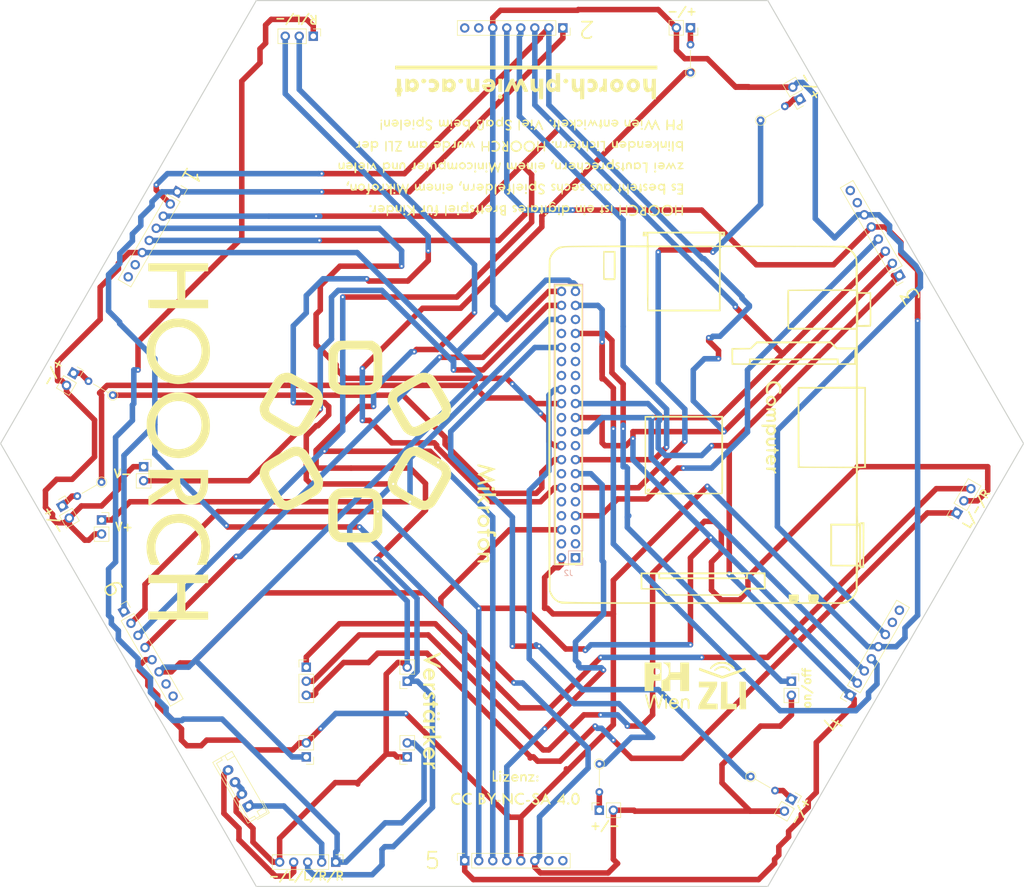
<source format=kicad_pcb>
(kicad_pcb (version 20171130) (host pcbnew 5.0.2+dfsg1-1)
  (layers (0 F.Cu signal) (31 B.Cu signal) (34 B.Paste user hide) (35 F.Paste user hide) (36 B.SilkS user hide) (37 F.SilkS user) (38 B.Mask user) (39 F.Mask user) (44 Edge.Cuts user))
  (net 0 "")
  (net 1 "Net-(5V-GND1-Pad1)")
  (net 2 "Net-(5V-GND1-Pad2)")
  (net 3 "Net-(amp_L-G-R1-Pad3)")
  (net 4 "Net-(amp_L-G-R1-Pad2)")
  (net 5 "Net-(amp_L-G-R1-Pad1)")
  (net 6 "Net-(J3-Pad2)")
  (net 7 "Net-(headphones_1-Pad2)")
  (net 8 "Net-(J4-Pad1)")
  (net 9 "Net-(J3-Pad1)")
  (net 10 "Net-(J2-Pad1)")
  (net 11 "Net-(J2-Pad3)")
  (net 12 "Net-(J2-Pad5)")
  (net 13 "Net-(J2-Pad7)")
  (net 14 "Net-(J2-Pad8)")
  (net 15 "Net-(J2-Pad10)")
  (net 16 "Net-(J2-Pad11)")
  (net 17 "Net-(J2-Pad12)")
  (net 18 "Net-(J2-Pad13)")
  (net 19 "Net-(J2-Pad15)")
  (net 20 "Net-(J2-Pad16)")
  (net 21 "Net-(J2-Pad17)")
  (net 22 "Net-(J2-Pad18)")
  (net 23 "Net-(J2-Pad19)")
  (net 24 "Net-(J2-Pad20)")
  (net 25 "Net-(J2-Pad21)")
  (net 26 "Net-(J2-Pad22)")
  (net 27 "Net-(J2-Pad23)")
  (net 28 "Net-(J2-Pad24)")
  (net 29 "Net-(J2-Pad25)")
  (net 30 "Net-(J2-Pad26)")
  (net 31 "Net-(J2-Pad27)")
  (net 32 "Net-(J2-Pad28)")
  (net 33 "Net-(J2-Pad29)")
  (net 34 "Net-(J2-Pad30)")
  (net 35 "Net-(J2-Pad31)")
  (net 36 "Net-(J2-Pad32)")
  (net 37 "Net-(J2-Pad33)")
  (net 38 "Net-(J2-Pad34)")
  (net 39 "Net-(J2-Pad35)")
  (net 40 "Net-(J2-Pad36)")
  (net 41 "Net-(J2-Pad37)")
  (net 42 "Net-(J2-Pad38)")
  (net 43 "Net-(J2-Pad40)")
  (net 44 "Net-(RFID-1-Pad8)")
  (net 45 "Net-(RFID-1-Pad7)")
  (net 46 "Net-(RFID-2-Pad7)")
  (net 47 "Net-(RFID-2-Pad8)")
  (net 48 "Net-(RFID-3-Pad8)")
  (net 49 "Net-(RFID-3-Pad7)")
  (net 50 "Net-(RFID-4-Pad7)")
  (net 51 "Net-(RFID-4-Pad8)")
  (net 52 "Net-(RFID-5-Pad8)")
  (net 53 "Net-(RFID-5-Pad7)")
  (net 54 "Net-(RFID-6-Pad7)")
  (net 55 "Net-(RFID-6-Pad8)")
  (net 56 "Net-(R1-Pad2)")
  (net 57 "Net-(R2-Pad2)")
  (net 58 "Net-(R3-Pad2)")
  (net 59 "Net-(R4-Pad2)")
  (net 60 "Net-(R5-Pad2)")
  (net 61 "Net-(R6-Pad2)")
  (net 62 "Net-(headphones_1-Pad4)")
  (net 63 "Net-(J2-Pad4)")
  (net 64 "Net-(J2-Pad9)")
  (net 65 "Net-(J2-Pad14)")
  (module Connector_JST:JST_EH_B04B-EH-A_1x04_P2.50mm_Vertical (layer F.Cu) (at 67.31 163.322 120)
    (fp_text reference speakers1 hide)
    (fp_text value Conn_01x04_Female)
    (pad 4 thru_hole oval (at 7.5 0 120) (size 1.7 1.95) (drill 0.95) (layers *.Cu *.Mask) (net 62 "Net-(headphones_1-Pad4)"))
    (pad 3 thru_hole oval (at 5 0 120) (size 1.7 1.95) (drill 0.95) (layers *.Cu *.Mask) (net 9 "Net-(J3-Pad1)"))
    (pad 2 thru_hole oval (at 2.5 0 120) (size 1.7 1.95) (drill 0.95) (layers *.Cu *.Mask) (net 9 "Net-(J3-Pad1)"))
    (pad 1 thru_hole roundrect (at 0 0 120) (size 1.7 1.95) (drill 0.95) (layers *.Cu *.Mask) (roundrect_rratio 0.147059) (net 7 "Net-(headphones_1-Pad2)"))
  )
  (module pi:hoorchlinkupdate (layer F.Cu) (at 148.844 105.41)
    (fp_text reference G*** hide)
    (fp_text value LOGO hide)
  )
  (module Connector_PinSocket_2.54mm:PinSocket_1x02_P2.54mm_Vertical (layer F.Cu) (at 96.012 140.716 180)
    (fp_text reference J4 hide)
    (fp_text value speaker_R-GND)
    (pad 2 thru_hole oval (at 0 2.54 180) (size 1.7 1.7) (drill 1) (layers *.Cu *.Mask) (net 9 "Net-(J3-Pad1)"))
    (pad 1 thru_hole rect (at 0 0 180) (size 1.7 1.7) (drill 1) (layers *.Cu *.Mask) (net 8 "Net-(J4-Pad1)"))
  )
  (module Connector_PinSocket_2.54mm:PinSocket_1x02_P2.54mm_Vertical (layer F.Cu) (at 165.608 162.052 330)
    (fp_text reference led3 hide)
    (fp_text value Conn_01x02_Male)
    (pad 2 thru_hole oval (at 0 2.54 330) (size 1.7 1.7) (drill 1) (layers *.Cu *.Mask) (net 1 "Net-(5V-GND1-Pad1)"))
    (pad 1 thru_hole rect (at 0 0 330) (size 1.7 1.7) (drill 1) (layers *.Cu *.Mask) (net 58 "Net-(R3-Pad2)"))
  )
  (module Connector_PinHeader_2.54mm:PinHeader_1x03_P2.54mm_Vertical (layer F.Cu) (at 77.724 138.176)
    (fp_text reference amp_L-G-R1 hide)
    (fp_text value Conn_01x03_Male)
    (pad 3 thru_hole oval (at 0 5.08) (size 1.7 1.7) (drill 1) (layers *.Cu *.Mask) (net 3 "Net-(amp_L-G-R1-Pad3)"))
    (pad 2 thru_hole oval (at 0 2.54) (size 1.7 1.7) (drill 1) (layers *.Cu *.Mask) (net 4 "Net-(amp_L-G-R1-Pad2)"))
    (pad 1 thru_hole rect (at 0 0) (size 1.7 1.7) (drill 1) (layers *.Cu *.Mask) (net 5 "Net-(amp_L-G-R1-Pad1)"))
  )
  (module Connector_PinHeader_2.54mm:PinHeader_1x05_P2.54mm_Vertical (layer F.Cu) (at 83.058 173.482 270)
    (fp_text reference headphones_1 hide)
    (fp_text value Conn_01x05_Male)
    (pad 1 thru_hole rect (at 0 0 270) (size 1.7 1.7) (drill 1) (layers *.Cu *.Mask) (net 6 "Net-(J3-Pad2)"))
    (pad 2 thru_hole oval (at 0 2.54 270) (size 1.7 1.7) (drill 1) (layers *.Cu *.Mask) (net 7 "Net-(headphones_1-Pad2)"))
    (pad 3 thru_hole oval (at 0 5.08 270) (size 1.7 1.7) (drill 1) (layers *.Cu *.Mask) (net 8 "Net-(J4-Pad1)"))
    (pad 4 thru_hole oval (at 0 7.62 270) (size 1.7 1.7) (drill 1) (layers *.Cu *.Mask) (net 62 "Net-(headphones_1-Pad4)"))
    (pad 5 thru_hole oval (at 0 10.16 270) (size 1.7 1.7) (drill 1) (layers *.Cu *.Mask) (net 9 "Net-(J3-Pad1)"))
  )
  (module Connector_PinHeader_2.54mm:PinHeader_1x03_P2.54mm_Vertical (layer F.Cu) (at 78.994 23.876 270)
    (fp_text reference headphones_2 hide)
    (fp_text value Conn_01x03_Male)
    (pad 1 thru_hole rect (at 0 0 270) (size 1.7 1.7) (drill 1) (layers *.Cu *.Mask) (net 6 "Net-(J3-Pad2)"))
    (pad 2 thru_hole oval (at 0 2.54 270) (size 1.7 1.7) (drill 1) (layers *.Cu *.Mask) (net 8 "Net-(J4-Pad1)"))
    (pad 3 thru_hole oval (at 0 5.08 270) (size 1.7 1.7) (drill 1) (layers *.Cu *.Mask) (net 9 "Net-(J3-Pad1)"))
  )
  (module Connector_PinSocket_2.54mm:PinSocket_2x20_P2.54mm_Vertical (layer B.Cu) (at 126.492 118.364)
    (fp_text reference J2 (at -1.27 2.77) (layer B.SilkS) (effects (justify mirror)))
    (fp_text value Raspberry_Pi_2_3)
    (pad 1 thru_hole rect (at 0 0) (size 1.7 1.7) (drill 1) (layers *.Cu *.Mask) (net 10 "Net-(J2-Pad1)"))
    (pad 2 thru_hole oval (at -2.54 0) (size 1.7 1.7) (drill 1) (layers *.Cu *.Mask) (net 2 "Net-(5V-GND1-Pad2)"))
    (pad 3 thru_hole oval (at 0 -2.54) (size 1.7 1.7) (drill 1) (layers *.Cu *.Mask) (net 11 "Net-(J2-Pad3)"))
    (pad 4 thru_hole oval (at -2.54 -2.54) (size 1.7 1.7) (drill 1) (layers *.Cu *.Mask) (net 63 "Net-(J2-Pad4)"))
    (pad 5 thru_hole oval (at 0 -5.08) (size 1.7 1.7) (drill 1) (layers *.Cu *.Mask) (net 12 "Net-(J2-Pad5)"))
    (pad 6 thru_hole oval (at -2.54 -5.08) (size 1.7 1.7) (drill 1) (layers *.Cu *.Mask) (net 1 "Net-(5V-GND1-Pad1)"))
    (pad 7 thru_hole oval (at 0 -7.62) (size 1.7 1.7) (drill 1) (layers *.Cu *.Mask) (net 13 "Net-(J2-Pad7)"))
    (pad 8 thru_hole oval (at -2.54 -7.62) (size 1.7 1.7) (drill 1) (layers *.Cu *.Mask) (net 14 "Net-(J2-Pad8)"))
    (pad 9 thru_hole oval (at 0 -10.16) (size 1.7 1.7) (drill 1) (layers *.Cu *.Mask) (net 64 "Net-(J2-Pad9)"))
    (pad 10 thru_hole oval (at -2.54 -10.16) (size 1.7 1.7) (drill 1) (layers *.Cu *.Mask) (net 15 "Net-(J2-Pad10)"))
    (pad 11 thru_hole oval (at 0 -12.7) (size 1.7 1.7) (drill 1) (layers *.Cu *.Mask) (net 16 "Net-(J2-Pad11)"))
    (pad 12 thru_hole oval (at -2.54 -12.7) (size 1.7 1.7) (drill 1) (layers *.Cu *.Mask) (net 17 "Net-(J2-Pad12)"))
    (pad 13 thru_hole oval (at 0 -15.24) (size 1.7 1.7) (drill 1) (layers *.Cu *.Mask) (net 18 "Net-(J2-Pad13)"))
    (pad 14 thru_hole oval (at -2.54 -15.24) (size 1.7 1.7) (drill 1) (layers *.Cu *.Mask) (net 65 "Net-(J2-Pad14)"))
    (pad 15 thru_hole oval (at 0 -17.78) (size 1.7 1.7) (drill 1) (layers *.Cu *.Mask) (net 19 "Net-(J2-Pad15)"))
    (pad 16 thru_hole oval (at -2.54 -17.78) (size 1.7 1.7) (drill 1) (layers *.Cu *.Mask) (net 20 "Net-(J2-Pad16)"))
    (pad 17 thru_hole oval (at 0 -20.32) (size 1.7 1.7) (drill 1) (layers *.Cu *.Mask) (net 21 "Net-(J2-Pad17)"))
    (pad 18 thru_hole oval (at -2.54 -20.32) (size 1.7 1.7) (drill 1) (layers *.Cu *.Mask) (net 22 "Net-(J2-Pad18)"))
    (pad 19 thru_hole oval (at 0 -22.86) (size 1.7 1.7) (drill 1) (layers *.Cu *.Mask) (net 23 "Net-(J2-Pad19)"))
    (pad 20 thru_hole oval (at -2.54 -22.86) (size 1.7 1.7) (drill 1) (layers *.Cu *.Mask) (net 24 "Net-(J2-Pad20)"))
    (pad 21 thru_hole oval (at 0 -25.4) (size 1.7 1.7) (drill 1) (layers *.Cu *.Mask) (net 25 "Net-(J2-Pad21)"))
    (pad 22 thru_hole oval (at -2.54 -25.4) (size 1.7 1.7) (drill 1) (layers *.Cu *.Mask) (net 26 "Net-(J2-Pad22)"))
    (pad 23 thru_hole oval (at 0 -27.94) (size 1.7 1.7) (drill 1) (layers *.Cu *.Mask) (net 27 "Net-(J2-Pad23)"))
    (pad 24 thru_hole oval (at -2.54 -27.94) (size 1.7 1.7) (drill 1) (layers *.Cu *.Mask) (net 28 "Net-(J2-Pad24)"))
    (pad 25 thru_hole oval (at 0 -30.48) (size 1.7 1.7) (drill 1) (layers *.Cu *.Mask) (net 29 "Net-(J2-Pad25)"))
    (pad 26 thru_hole oval (at -2.54 -30.48) (size 1.7 1.7) (drill 1) (layers *.Cu *.Mask) (net 30 "Net-(J2-Pad26)"))
    (pad 27 thru_hole oval (at 0 -33.02) (size 1.7 1.7) (drill 1) (layers *.Cu *.Mask) (net 31 "Net-(J2-Pad27)"))
    (pad 28 thru_hole oval (at -2.54 -33.02) (size 1.7 1.7) (drill 1) (layers *.Cu *.Mask) (net 32 "Net-(J2-Pad28)"))
    (pad 29 thru_hole oval (at 0 -35.56) (size 1.7 1.7) (drill 1) (layers *.Cu *.Mask) (net 33 "Net-(J2-Pad29)"))
    (pad 30 thru_hole oval (at -2.54 -35.56) (size 1.7 1.7) (drill 1) (layers *.Cu *.Mask) (net 34 "Net-(J2-Pad30)"))
    (pad 31 thru_hole oval (at 0 -38.1) (size 1.7 1.7) (drill 1) (layers *.Cu *.Mask) (net 35 "Net-(J2-Pad31)"))
    (pad 32 thru_hole oval (at -2.54 -38.1) (size 1.7 1.7) (drill 1) (layers *.Cu *.Mask) (net 36 "Net-(J2-Pad32)"))
    (pad 33 thru_hole oval (at 0 -40.64) (size 1.7 1.7) (drill 1) (layers *.Cu *.Mask) (net 37 "Net-(J2-Pad33)"))
    (pad 34 thru_hole oval (at -2.54 -40.64) (size 1.7 1.7) (drill 1) (layers *.Cu *.Mask) (net 38 "Net-(J2-Pad34)"))
    (pad 35 thru_hole oval (at 0 -43.18) (size 1.7 1.7) (drill 1) (layers *.Cu *.Mask) (net 39 "Net-(J2-Pad35)"))
    (pad 36 thru_hole oval (at -2.54 -43.18) (size 1.7 1.7) (drill 1) (layers *.Cu *.Mask) (net 40 "Net-(J2-Pad36)"))
    (pad 37 thru_hole oval (at 0 -45.72) (size 1.7 1.7) (drill 1) (layers *.Cu *.Mask) (net 41 "Net-(J2-Pad37)"))
    (pad 38 thru_hole oval (at -2.54 -45.72) (size 1.7 1.7) (drill 1) (layers *.Cu *.Mask) (net 42 "Net-(J2-Pad38)"))
    (pad 39 thru_hole oval (at 0 -48.26) (size 1.7 1.7) (drill 1) (layers *.Cu *.Mask) (net 1 "Net-(5V-GND1-Pad1)"))
    (pad 40 thru_hole oval (at -2.54 -48.26) (size 1.7 1.7) (drill 1) (layers *.Cu *.Mask) (net 43 "Net-(J2-Pad40)"))
  )
  (module Connector_PinSocket_2.54mm:PinSocket_1x02_P2.54mm_Vertical (layer F.Cu) (at 96.012 154.432 180)
    (fp_text reference J3 hide)
    (fp_text value speaker_L-GND)
    (pad 1 thru_hole rect (at 0 0 180) (size 1.7 1.7) (drill 1) (layers *.Cu *.Mask) (net 9 "Net-(J3-Pad1)"))
    (pad 2 thru_hole oval (at 0 2.54 180) (size 1.7 1.7) (drill 1) (layers *.Cu *.Mask) (net 6 "Net-(J3-Pad2)"))
  )
  (module Connector_PinSocket_2.54mm:PinSocket_1x02_P2.54mm_Vertical (layer F.Cu) (at 165.608 140.716)
    (fp_text reference on-off1 hide)
    (fp_text value Conn_01x02_Male)
    (pad 1 thru_hole rect (at 0 0) (size 1.7 1.7) (drill 1) (layers *.Cu *.Mask) (net 37 "Net-(J2-Pad33)"))
    (pad 2 thru_hole oval (at 0 2.54) (size 1.7 1.7) (drill 1) (layers *.Cu *.Mask) (net 1 "Net-(5V-GND1-Pad1)"))
  )
  (module Resistor_THT:R_Axial_DIN0204_L3.6mm_D1.6mm_P5.08mm_Vertical (layer F.Cu) (at 40.64 104.648 210)
    (fp_text reference R1 hide)
    (fp_text value R)
    (pad 2 thru_hole oval (at 5.08 0 210) (size 1.4 1.4) (drill 0.7) (layers *.Cu *.Mask) (net 56 "Net-(R1-Pad2)"))
    (pad 1 thru_hole circle (at 0 0 210) (size 1.4 1.4) (drill 0.7) (layers *.Cu *.Mask) (net 28 "Net-(J2-Pad24)"))
  )
  (module Resistor_THT:R_Axial_DIN0204_L3.6mm_D1.6mm_P5.08mm_Vertical (layer F.Cu) (at 130.81 155.702 270)
    (fp_text reference R2 hide)
    (fp_text value R)
    (pad 1 thru_hole circle (at 0 0 270) (size 1.4 1.4) (drill 0.7) (layers *.Cu *.Mask) (net 30 "Net-(J2-Pad26)"))
    (pad 2 thru_hole oval (at 5.08 0 270) (size 1.4 1.4) (drill 0.7) (layers *.Cu *.Mask) (net 57 "Net-(R2-Pad2)"))
  )
  (module Resistor_THT:R_Axial_DIN0204_L3.6mm_D1.6mm_P5.08mm_Vertical (layer F.Cu) (at 158.242 157.988 330)
    (fp_text reference R3 hide)
    (fp_text value R)
    (pad 2 thru_hole oval (at 5.08 0 330) (size 1.4 1.4) (drill 0.7) (layers *.Cu *.Mask) (net 58 "Net-(R3-Pad2)"))
    (pad 1 thru_hole circle (at 0 0 330) (size 1.4 1.4) (drill 0.7) (layers *.Cu *.Mask) (net 36 "Net-(J2-Pad32)"))
  )
  (module Resistor_THT:R_Axial_DIN0204_L3.6mm_D1.6mm_P5.08mm_Vertical (layer F.Cu) (at 160.02 39.116 30)
    (fp_text reference R4 hide)
    (fp_text value R)
    (pad 1 thru_hole circle (at 0 0 30) (size 1.4 1.4) (drill 0.7) (layers *.Cu *.Mask) (net 16 "Net-(J2-Pad11)"))
    (pad 2 thru_hole oval (at 5.08 0 30) (size 1.4 1.4) (drill 0.7) (layers *.Cu *.Mask) (net 59 "Net-(R4-Pad2)"))
  )
  (module Resistor_THT:R_Axial_DIN0204_L3.6mm_D1.6mm_P5.08mm_Vertical (layer F.Cu) (at 147.32 30.48 90)
    (fp_text reference R5 hide)
    (fp_text value R)
    (pad 2 thru_hole oval (at 5.08 0 90) (size 1.4 1.4) (drill 0.7) (layers *.Cu *.Mask) (net 60 "Net-(R5-Pad2)"))
    (pad 1 thru_hole circle (at 0 0 90) (size 1.4 1.4) (drill 0.7) (layers *.Cu *.Mask) (net 17 "Net-(J2-Pad12)"))
  )
  (module Resistor_THT:R_Axial_DIN0204_L3.6mm_D1.6mm_P5.08mm_Vertical (layer F.Cu) (at 42.672 88.9 150)
    (fp_text reference R6 hide)
    (fp_text value R)
    (pad 1 thru_hole circle (at 0 0 150) (size 1.4 1.4) (drill 0.7) (layers *.Cu *.Mask) (net 20 "Net-(J2-Pad16)"))
    (pad 2 thru_hole oval (at 5.08 0 150) (size 1.4 1.4) (drill 0.7) (layers *.Cu *.Mask) (net 61 "Net-(R6-Pad2)"))
  )
  (module Connector_PinSocket_2.54mm:PinSocket_1x08_P2.54mm_Vertical (layer F.Cu) (at 124.206 22.38 270)
    (fp_text reference RFID-1 hide)
    (fp_text value Conn_01x08_Female)
    (pad 8 thru_hole oval (at 0 17.78 270) (size 1.7 1.7) (drill 1) (layers *.Cu *.Mask) (net 44 "Net-(RFID-1-Pad8)"))
    (pad 7 thru_hole oval (at 0 15.24 270) (size 1.7 1.7) (drill 1) (layers *.Cu *.Mask) (net 45 "Net-(RFID-1-Pad7)"))
    (pad 6 thru_hole oval (at 0 12.7 270) (size 1.7 1.7) (drill 1) (layers *.Cu *.Mask) (net 1 "Net-(5V-GND1-Pad1)"))
    (pad 5 thru_hole oval (at 0 10.16 270) (size 1.7 1.7) (drill 1) (layers *.Cu *.Mask) (net 2 "Net-(5V-GND1-Pad2)"))
    (pad 4 thru_hole oval (at 0 7.62 270) (size 1.7 1.7) (drill 1) (layers *.Cu *.Mask) (net 19 "Net-(J2-Pad15)"))
    (pad 3 thru_hole oval (at 0 5.08 270) (size 1.7 1.7) (drill 1) (layers *.Cu *.Mask) (net 23 "Net-(J2-Pad19)"))
    (pad 2 thru_hole oval (at 0 2.54 270) (size 1.7 1.7) (drill 1) (layers *.Cu *.Mask) (net 25 "Net-(J2-Pad21)"))
    (pad 1 thru_hole rect (at 0 0 270) (size 1.7 1.7) (drill 1) (layers *.Cu *.Mask) (net 27 "Net-(J2-Pad23)"))
  )
  (module Connector_PinSocket_2.54mm:PinSocket_1x08_P2.54mm_Vertical (layer F.Cu) (at 54.356 52.07 330)
    (fp_text reference RFID-2 hide)
    (fp_text value Conn_01x08_Female)
    (pad 1 thru_hole rect (at 0 0 330) (size 1.7 1.7) (drill 1) (layers *.Cu *.Mask) (net 27 "Net-(J2-Pad23)"))
    (pad 2 thru_hole oval (at 0 2.54 330) (size 1.7 1.7) (drill 1) (layers *.Cu *.Mask) (net 25 "Net-(J2-Pad21)"))
    (pad 3 thru_hole oval (at 0 5.08 330) (size 1.7 1.7) (drill 1) (layers *.Cu *.Mask) (net 23 "Net-(J2-Pad19)"))
    (pad 4 thru_hole oval (at 0 7.62 330) (size 1.7 1.7) (drill 1) (layers *.Cu *.Mask) (net 22 "Net-(J2-Pad18)"))
    (pad 5 thru_hole oval (at 0 10.16 330) (size 1.7 1.7) (drill 1) (layers *.Cu *.Mask) (net 2 "Net-(5V-GND1-Pad2)"))
    (pad 6 thru_hole oval (at 0 12.7 330) (size 1.7 1.7) (drill 1) (layers *.Cu *.Mask) (net 1 "Net-(5V-GND1-Pad1)"))
    (pad 7 thru_hole oval (at 0 15.24 330) (size 1.7 1.7) (drill 1) (layers *.Cu *.Mask) (net 46 "Net-(RFID-2-Pad7)"))
    (pad 8 thru_hole oval (at 0 17.78 330) (size 1.7 1.7) (drill 1) (layers *.Cu *.Mask) (net 47 "Net-(RFID-2-Pad8)"))
  )
  (module Connector_PinSocket_2.54mm:PinSocket_1x08_P2.54mm_Vertical (layer F.Cu) (at 185.166 67.223705 210)
    (fp_text reference RFID-3 hide)
    (fp_text value Conn_01x08_Female)
    (pad 8 thru_hole oval (at 0 17.78 210) (size 1.7 1.7) (drill 1) (layers *.Cu *.Mask) (net 48 "Net-(RFID-3-Pad8)"))
    (pad 7 thru_hole oval (at 0 15.24 210) (size 1.7 1.7) (drill 1) (layers *.Cu *.Mask) (net 49 "Net-(RFID-3-Pad7)"))
    (pad 6 thru_hole oval (at 0 12.7 210) (size 1.7 1.7) (drill 1) (layers *.Cu *.Mask) (net 1 "Net-(5V-GND1-Pad1)"))
    (pad 5 thru_hole oval (at 0 10.16 210) (size 1.7 1.7) (drill 1) (layers *.Cu *.Mask) (net 2 "Net-(5V-GND1-Pad2)"))
    (pad 4 thru_hole oval (at 0 7.62 210) (size 1.7 1.7) (drill 1) (layers *.Cu *.Mask) (net 13 "Net-(J2-Pad7)"))
    (pad 3 thru_hole oval (at 0 5.08 210) (size 1.7 1.7) (drill 1) (layers *.Cu *.Mask) (net 23 "Net-(J2-Pad19)"))
    (pad 2 thru_hole oval (at 0 2.54 210) (size 1.7 1.7) (drill 1) (layers *.Cu *.Mask) (net 25 "Net-(J2-Pad21)"))
    (pad 1 thru_hole rect (at 0 0 210) (size 1.7 1.7) (drill 1) (layers *.Cu *.Mask) (net 27 "Net-(J2-Pad23)"))
  )
  (module Connector_PinSocket_2.54mm:PinSocket_1x08_P2.54mm_Vertical (layer F.Cu) (at 176.276 143.256 150)
    (fp_text reference RFID-4 hide)
    (fp_text value Conn_01x08_Female)
    (pad 1 thru_hole rect (at 0 0 150) (size 1.7 1.7) (drill 1) (layers *.Cu *.Mask) (net 27 "Net-(J2-Pad23)"))
    (pad 2 thru_hole oval (at 0 2.54 150) (size 1.7 1.7) (drill 1) (layers *.Cu *.Mask) (net 25 "Net-(J2-Pad21)"))
    (pad 3 thru_hole oval (at 0 5.08 150) (size 1.7 1.7) (drill 1) (layers *.Cu *.Mask) (net 23 "Net-(J2-Pad19)"))
    (pad 4 thru_hole oval (at 0 7.62 150) (size 1.7 1.7) (drill 1) (layers *.Cu *.Mask) (net 41 "Net-(J2-Pad37)"))
    (pad 5 thru_hole oval (at 0 10.16 150) (size 1.7 1.7) (drill 1) (layers *.Cu *.Mask) (net 2 "Net-(5V-GND1-Pad2)"))
    (pad 6 thru_hole oval (at 0 12.7 150) (size 1.7 1.7) (drill 1) (layers *.Cu *.Mask) (net 1 "Net-(5V-GND1-Pad1)"))
    (pad 7 thru_hole oval (at 0 15.24 150) (size 1.7 1.7) (drill 1) (layers *.Cu *.Mask) (net 50 "Net-(RFID-4-Pad7)"))
    (pad 8 thru_hole oval (at 0 17.78 150) (size 1.7 1.7) (drill 1) (layers *.Cu *.Mask) (net 51 "Net-(RFID-4-Pad8)"))
  )
  (module Connector_PinSocket_2.54mm:PinSocket_1x08_P2.54mm_Vertical (layer F.Cu) (at 106.426 173.228 90)
    (fp_text reference RFID-5 hide)
    (fp_text value Conn_01x08_Female)
    (pad 8 thru_hole oval (at 0 17.78 90) (size 1.7 1.7) (drill 1) (layers *.Cu *.Mask) (net 52 "Net-(RFID-5-Pad8)"))
    (pad 7 thru_hole oval (at 0 15.24 90) (size 1.7 1.7) (drill 1) (layers *.Cu *.Mask) (net 53 "Net-(RFID-5-Pad7)"))
    (pad 6 thru_hole oval (at 0 12.7 90) (size 1.7 1.7) (drill 1) (layers *.Cu *.Mask) (net 1 "Net-(5V-GND1-Pad1)"))
    (pad 5 thru_hole oval (at 0 10.16 90) (size 1.7 1.7) (drill 1) (layers *.Cu *.Mask) (net 2 "Net-(5V-GND1-Pad2)"))
    (pad 4 thru_hole oval (at 0 7.62 90) (size 1.7 1.7) (drill 1) (layers *.Cu *.Mask) (net 18 "Net-(J2-Pad13)"))
    (pad 3 thru_hole oval (at 0 5.08 90) (size 1.7 1.7) (drill 1) (layers *.Cu *.Mask) (net 23 "Net-(J2-Pad19)"))
    (pad 2 thru_hole oval (at 0 2.54 90) (size 1.7 1.7) (drill 1) (layers *.Cu *.Mask) (net 25 "Net-(J2-Pad21)"))
    (pad 1 thru_hole rect (at 0 0 90) (size 1.7 1.7) (drill 1) (layers *.Cu *.Mask) (net 27 "Net-(J2-Pad23)"))
  )
  (module Connector_PinSocket_2.54mm:PinSocket_1x08_P2.54mm_Vertical (layer F.Cu) (at 44.704 128.016 30)
    (fp_text reference RFID-6 hide)
    (fp_text value Conn_01x08_Female)
    (pad 1 thru_hole rect (at 0 0 30) (size 1.7 1.7) (drill 1) (layers *.Cu *.Mask) (net 27 "Net-(J2-Pad23)"))
    (pad 2 thru_hole oval (at 0 2.54 30) (size 1.7 1.7) (drill 1) (layers *.Cu *.Mask) (net 25 "Net-(J2-Pad21)"))
    (pad 3 thru_hole oval (at 0 5.08 30) (size 1.7 1.7) (drill 1) (layers *.Cu *.Mask) (net 23 "Net-(J2-Pad19)"))
    (pad 4 thru_hole oval (at 0 7.62 30) (size 1.7 1.7) (drill 1) (layers *.Cu *.Mask) (net 43 "Net-(J2-Pad40)"))
    (pad 5 thru_hole oval (at 0 10.16 30) (size 1.7 1.7) (drill 1) (layers *.Cu *.Mask) (net 2 "Net-(5V-GND1-Pad2)"))
    (pad 6 thru_hole oval (at 0 12.7 30) (size 1.7 1.7) (drill 1) (layers *.Cu *.Mask) (net 1 "Net-(5V-GND1-Pad1)"))
    (pad 7 thru_hole oval (at 0 15.24 30) (size 1.7 1.7) (drill 1) (layers *.Cu *.Mask) (net 54 "Net-(RFID-6-Pad7)"))
    (pad 8 thru_hole oval (at 0 17.78 30) (size 1.7 1.7) (drill 1) (layers *.Cu *.Mask) (net 55 "Net-(RFID-6-Pad8)"))
  )
  (module Connector_PinSocket_2.54mm:PinSocket_1x02_P2.54mm_Vertical (layer F.Cu) (at 40.64 111.506)
    (fp_text reference volume+1 hide)
    (fp_text value Conn_01x02_Male)
    (pad 1 thru_hole rect (at 0 0) (size 1.7 1.7) (drill 1) (layers *.Cu *.Mask) (net 40 "Net-(J2-Pad36)"))
    (pad 2 thru_hole oval (at 0 2.54) (size 1.7 1.7) (drill 1) (layers *.Cu *.Mask) (net 1 "Net-(5V-GND1-Pad1)"))
  )
  (module Connector_PinSocket_2.54mm:PinSocket_1x02_P2.54mm_Vertical (layer F.Cu) (at 48.26 101.854)
    (fp_text reference volume-1 hide)
    (fp_text value Conn_01x02_Male)
    (pad 2 thru_hole oval (at 0 2.54) (size 1.7 1.7) (drill 1) (layers *.Cu *.Mask) (net 42 "Net-(J2-Pad38)"))
    (pad 1 thru_hole rect (at 0 0) (size 1.7 1.7) (drill 1) (layers *.Cu *.Mask) (net 1 "Net-(5V-GND1-Pad1)"))
  )
  (module Connector_PinSocket_2.54mm:PinSocket_1x03_P2.54mm_Vertical (layer F.Cu) (at 195.58 110.236 150)
    (fp_text reference volume_in1 hide)
    (fp_text value Conn_01x03_Male)
    (pad 1 thru_hole rect (at 0 0 150) (size 1.7 1.7) (drill 1) (layers *.Cu *.Mask) (net 3 "Net-(amp_L-G-R1-Pad3)"))
    (pad 2 thru_hole oval (at 0 2.54 150) (size 1.7 1.7) (drill 1) (layers *.Cu *.Mask) (net 4 "Net-(amp_L-G-R1-Pad2)"))
    (pad 3 thru_hole oval (at 0 5.08 150) (size 1.7 1.7) (drill 1) (layers *.Cu *.Mask) (net 5 "Net-(amp_L-G-R1-Pad1)"))
  )
  (module MountingHole:MountingHole_4.3mm_M4 (layer F.Cu) (at 29.718 97.79)
    (fp_text reference H1 hide)
    (fp_text value MountingHole)
    (pad "" np_thru_hole circle (at 0 0) (size 3.2 3.2) (drill 3.2) (layers *.Cu *.Mask))
  )
  (module MountingHole:MountingHole_4.3mm_M4 (layer F.Cu) (at 157.734 23.622)
    (fp_text reference H2 hide)
    (fp_text value MountingHole)
    (pad "" np_thru_hole circle (at 0 0) (size 3.2 3.2) (drill 3.2) (layers *.Cu *.Mask))
  )
  (module MountingHole:MountingHole_4.3mm_M4 (layer F.Cu) (at 156.972 171.704)
    (fp_text reference H3 hide)
    (fp_text value MountingHole)
    (pad "" np_thru_hole circle (at 0 0) (size 3.2 3.2) (drill 3.2) (layers *.Cu *.Mask))
  )
  (module Connector_PinSocket_2.54mm:PinSocket_1x02_P2.54mm_Vertical (layer F.Cu) (at 33.528 108.966 30)
    (fp_text reference led1 hide)
    (fp_text value Conn_01x02_Male)
    (pad 2 thru_hole oval (at 0 2.54 30) (size 1.7 1.7) (drill 1) (layers *.Cu *.Mask) (net 1 "Net-(5V-GND1-Pad1)"))
    (pad 1 thru_hole rect (at 0 0 30) (size 1.7 1.7) (drill 1) (layers *.Cu *.Mask) (net 56 "Net-(R1-Pad2)"))
  )
  (module Connector_PinSocket_2.54mm:PinSocket_1x02_P2.54mm_Vertical (layer F.Cu) (at 130.81 164.084 90)
    (fp_text reference led2 hide)
    (fp_text value Conn_01x02_Male)
    (pad 1 thru_hole rect (at 0 0 90) (size 1.7 1.7) (drill 1) (layers *.Cu *.Mask) (net 57 "Net-(R2-Pad2)"))
    (pad 2 thru_hole oval (at 0 2.54 90) (size 1.7 1.7) (drill 1) (layers *.Cu *.Mask) (net 1 "Net-(5V-GND1-Pad1)"))
  )
  (module Connector_PinSocket_2.54mm:PinSocket_1x02_P2.54mm_Vertical (layer F.Cu) (at 167.132 35.306 210)
    (fp_text reference led4 hide)
    (fp_text value Conn_01x02_Male)
    (pad 1 thru_hole rect (at 0 0 210) (size 1.7 1.7) (drill 1) (layers *.Cu *.Mask) (net 59 "Net-(R4-Pad2)"))
    (pad 2 thru_hole oval (at 0 2.54 210) (size 1.7 1.7) (drill 1) (layers *.Cu *.Mask) (net 1 "Net-(5V-GND1-Pad1)"))
  )
  (module Connector_PinSocket_2.54mm:PinSocket_1x02_P2.54mm_Vertical (layer F.Cu) (at 147.32 22.352 270)
    (fp_text reference led5 hide)
    (fp_text value Conn_01x02_Male)
    (pad 1 thru_hole rect (at 0 0 270) (size 1.7 1.7) (drill 1) (layers *.Cu *.Mask) (net 60 "Net-(R5-Pad2)"))
    (pad 2 thru_hole oval (at 0 2.54 270) (size 1.7 1.7) (drill 1) (layers *.Cu *.Mask) (net 1 "Net-(5V-GND1-Pad1)"))
  )
  (module Connector_PinSocket_2.54mm:PinSocket_1x02_P2.54mm_Vertical (layer F.Cu) (at 35.56 84.922295 330)
    (fp_text reference led6 hide)
    (fp_text value Conn_01x02_Male)
    (pad 2 thru_hole oval (at 0 2.54 330) (size 1.7 1.7) (drill 1) (layers *.Cu *.Mask) (net 1 "Net-(5V-GND1-Pad1)"))
    (pad 1 thru_hole rect (at 0 0 330) (size 1.7 1.7) (drill 1) (layers *.Cu *.Mask) (net 61 "Net-(R6-Pad2)"))
  )
  (module MountingHole:MountingHole_6.4mm_M6 (layer F.Cu) (at 114.3 97.028)
    (fp_text reference H4mitte1 hide)
    (fp_text value MountingHole)
    (pad 1 np_thru_hole circle (at 0 0) (size 6.4 6.4) (drill 6.4) (layers *.Cu *.Mask))
  )
  (module MountingHole:MountingHole_3.2mm_M3 (layer F.Cu) (at 124.968 124.206)
    (fp_text reference pischrauben1 hide)
    (fp_text value MountingHole)
    (pad 1 np_thru_hole circle (at 0 0) (size 3.2 3.2) (drill 3.2) (layers *.Cu *.Mask))
  )
  (module MountingHole:MountingHole_3.2mm_M3 (layer F.Cu) (at 124.968 64.262)
    (fp_text reference pischrauben2 hide)
    (fp_text value MountingHole)
    (pad 1 np_thru_hole circle (at 0 0) (size 3.2 3.2) (drill 3.2) (layers *.Cu *.Mask))
  )
  (module Connector_PinHeader_2.54mm:PinHeader_1x02_P2.54mm_Vertical (layer F.Cu) (at 77.724 154.432 180)
    (fp_text reference 5V-GND1 hide)
    (fp_text value Conn_01x02_Male)
    (pad 1 thru_hole rect (at 0 0 180) (size 1.7 1.7) (drill 1) (layers *.Cu *.Mask) (net 1 "Net-(5V-GND1-Pad1)"))
    (pad 2 thru_hole oval (at 0 2.54 180) (size 1.7 1.7) (drill 1) (layers *.Cu *.Mask) (net 2 "Net-(5V-GND1-Pad2)"))
  )
  (gr_text R/L/- (at 75.946 20.828 -180) (layer F.SilkS) (effects (font (size 1.5 1.5) (thickness 0.3))))
  (gr_text -/L/L/R/R (at 77.724 176.022) (layer F.SilkS) (effects (font (size 1.5 1.5) (thickness 0.3))))
  (gr_text on/off (at 168.402 141.986 90) (layer F.SilkS) (effects (font (size 1.5 1.5) (thickness 0.3))))
  (gr_text V- (at 44.45 103.124) (layer F.SilkS) (effects (font (size 1.5 1.5) (thickness 0.3))))
  (gr_text V+ (at 44.704 112.776) (layer F.SilkS) (effects (font (size 1.5 1.5) (thickness 0.3))))
  (gr_text L/-/R (at 199.136 109.474 60) (layer F.SilkS) (effects (font (size 1.5 1.5) (thickness 0.3))))
  (gr_text +/- (at 131.826 166.878) (layer F.SilkS) (effects (font (size 1.5 1.5) (thickness 0.3))))
  (gr_text +/- (at 167.386 164.338 240) (layer F.SilkS) (effects (font (size 1.5 1.5) (thickness 0.3))))
  (gr_text +/- (at 168.91 33.02 -240) (layer F.SilkS) (effects (font (size 1.5 1.5) (thickness 0.3))))
  (gr_text +/- (at 145.796 19.558 -180) (layer F.SilkS) (effects (font (size 1.5 1.5) (thickness 0.3))))
  (gr_text +/- (at 32.004 84.836 -120) (layer F.SilkS) (effects (font (size 1.5 1.5) (thickness 0.3))))
  (gr_text +/- (at 32.004 111.506 -60) (layer F.SilkS) (effects (font (size 1.5 1.5) (thickness 0.3))))
  (gr_text 6 (at 42.672 123.952 -60) (layer F.SilkS) (effects (font (size 3 3) (thickness 0.3))))
  (gr_text 5 (at 100.584 173.228) (layer F.SilkS) (effects (font (size 3 3) (thickness 0.3))))
  (gr_text 4 (at 173.228 148.59 60) (layer F.SilkS) (effects (font (size 3 3) (thickness 0.3))))
  (gr_text 3 (at 187.198 70.866 120) (layer F.SilkS) (effects (font (size 3 3) (thickness 0.3))))
  (gr_text 2 (at 128.524 22.606 180) (layer F.SilkS) (effects (font (size 3 3) (thickness 0.3))))
  (gr_text 1 (at 56.896 49.276 240) (layer F.SilkS) (effects (font (size 3 3) (thickness 0.3))))
  (gr_line (start 68.671389 17.413712) (end 161.32861 17.413712) (layer Edge.Cuts) (width 0.2))
  (gr_line (start 207.657221 97.657222) (end 161.32861 177.90073) (layer Edge.Cuts) (width 0.2))
  (gr_line (start 22.342774 97.65722) (end 68.671389 17.413712) (layer Edge.Cuts) (width 0.2))
  (gr_line (start 161.32861 17.413712) (end 207.657221 97.657222) (layer Edge.Cuts) (width 0.2))
  (gr_line (start 68.671387 177.90073) (end 22.342774 97.65722) (layer Edge.Cuts) (width 0.2))
  (gr_line (start 161.32861 177.90073) (end 68.671387 177.90073) (layer Edge.Cuts) (width 0.2))
  (gr_line (start 68.671389 17.413712) (end 68.671389 17.413712) (layer Edge.Cuts) (width 0.2))
  (segment (start 165.862 33.106295) (end 157.901705 33.106295) (width 1) (layer F.Cu) (net 1))
  (segment (start 157.901705 33.106295) (end 157.81541 33.02) (width 1) (layer F.Cu) (net 1))
  (segment (start 155.448 33.02) (end 152.654 30.226) (width 1) (layer F.Cu) (net 1))
  (segment (start 157.81541 33.02) (end 155.448 33.02) (width 1) (layer F.Cu) (net 1))
  (segment (start 165.862 33.106295) (end 163.489705 33.106295) (width 1) (layer F.Cu) (net 1))
  (segment (start 30.48 106.172) (end 30.48 109.22) (width 1) (layer F.Cu) (net 1))
  (segment (start 34.29 88.324081) (end 39.37 93.404081) (width 1) (layer F.Cu) (net 1))
  (segment (start 34.29 87.122) (end 34.29 88.324081) (width 1) (layer F.Cu) (net 1))
  (segment (start 39.37 93.404081) (end 39.37 100.076) (width 1) (layer F.Cu) (net 1))
  (segment (start 39.37 100.076) (end 35.306 104.14) (width 1) (layer F.Cu) (net 1))
  (segment (start 32.512 104.14) (end 30.48 106.172) (width 1) (layer F.Cu) (net 1))
  (segment (start 35.306 104.14) (end 32.512 104.14) (width 1) (layer F.Cu) (net 1))
  (segment (start 33.440001 86.272001) (end 32.678001 86.272001) (width 1) (layer F.Cu) (net 1))
  (segment (start 34.29 87.122) (end 33.440001 86.272001) (width 1) (layer F.Cu) (net 1))
  (segment (start 32.678001 82.891999) (end 40.386 75.184) (width 1) (layer F.Cu) (net 1))
  (segment (start 32.678001 86.272001) (end 32.678001 82.891999) (width 1) (layer F.Cu) (net 1))
  (segment (start 40.386 75.184) (end 40.386 69.342) (width 1) (layer F.Cu) (net 1))
  (segment (start 40.386 69.342) (end 43.688 66.04) (width 1) (layer F.Cu) (net 1))
  (segment (start 43.688 66.04) (end 43.688 65.024) (width 1) (layer F.Cu) (net 1))
  (segment (start 45.643477 63.068523) (end 48.006 63.068523) (width 1) (layer F.Cu) (net 1))
  (segment (start 43.688 65.024) (end 45.643477 63.068523) (width 1) (layer F.Cu) (net 1))
  (segment (start 144.78 22.352) (end 141.478 19.05) (width 1) (layer F.Cu) (net 1))
  (segment (start 127 19.05) (end 141.478 19.05) (width 1) (layer F.Cu) (net 1))
  (segment (start 126.873 19.177) (end 127 19.05) (width 1) (layer F.Cu) (net 1))
  (segment (start 112.903 19.177) (end 126.873 19.177) (width 1) (layer F.Cu) (net 1))
  (segment (start 112.903 19.177) (end 112.776 19.304) (width 0.25) (layer F.Cu) (net 1))
  (segment (start 111.506 20.574) (end 111.506 22.38) (width 1) (layer F.Cu) (net 1))
  (segment (start 112.776 19.304) (end 111.506 20.574) (width 1) (layer F.Cu) (net 1))
  (segment (start 33.948001 112.015704) (end 32.513704 112.015704) (width 1) (layer F.Cu) (net 1))
  (segment (start 34.798 111.165705) (end 33.948001 112.015704) (width 1) (layer F.Cu) (net 1))
  (segment (start 32.513704 112.015704) (end 31.75 111.252) (width 1) (layer F.Cu) (net 1))
  (segment (start 31.75 110.49) (end 30.48 109.22) (width 1) (layer F.Cu) (net 1))
  (segment (start 31.75 111.252) (end 31.75 110.49) (width 1) (layer F.Cu) (net 1))
  (segment (start 155.534295 33.106295) (end 165.862 33.106295) (width 1) (layer F.Cu) (net 1))
  (segment (start 146.304 27.94) (end 150.368 27.94) (width 1) (layer F.Cu) (net 1))
  (segment (start 144.78 22.352) (end 144.78 26.416) (width 1) (layer F.Cu) (net 1))
  (segment (start 150.368 27.94) (end 155.534295 33.106295) (width 1) (layer F.Cu) (net 1))
  (segment (start 144.78 26.416) (end 146.304 27.94) (width 1) (layer F.Cu) (net 1))
  (segment (start 178.816 56.225182) (end 177.613919 56.225182) (width 1) (layer B.Cu) (net 1))
  (segment (start 111.506 22.38) (end 111.506 72.644) (width 1) (layer B.Cu) (net 1))
  (segment (start 48.006 63.068523) (end 86.944523 63.068523) (width 1) (layer B.Cu) (net 1))
  (segment (start 51.903999 138.164524) (end 56.399476 138.164524) (width 1) (layer B.Cu) (net 1))
  (segment (start 51.054 139.014523) (end 51.903999 138.164524) (width 1) (layer B.Cu) (net 1))
  (segment (start 57.658 136.906) (end 72.644 151.892) (width 1) (layer B.Cu) (net 1))
  (segment (start 57.658 136.906) (end 109.22 85.344) (width 1) (layer B.Cu) (net 1))
  (segment (start 56.399476 138.164524) (end 57.658 136.906) (width 1) (layer B.Cu) (net 1))
  (segment (start 164.338 164.251705) (end 158.155705 164.251705) (width 1) (layer F.Cu) (net 1))
  (segment (start 77.724 154.432) (end 75.184 154.432) (width 1) (layer B.Cu) (net 1))
  (segment (start 182.626 132.257477) (end 172.758262 122.389738) (width 1) (layer B.Cu) (net 1))
  (segment (start 34.798 112.367786) (end 37.592 115.161786) (width 1) (layer F.Cu) (net 1))
  (segment (start 34.798 111.165705) (end 34.798 112.367786) (width 1) (layer F.Cu) (net 1))
  (segment (start 112.268 73.914) (end 105.029 81.153) (width 1) (layer B.Cu) (net 1))
  (segment (start 105.029 81.153) (end 109.22 85.344) (width 1) (layer B.Cu) (net 1))
  (segment (start 86.944523 63.068523) (end 105.029 81.153) (width 1) (layer B.Cu) (net 1))
  (segment (start 112.776 73.914) (end 112.268 73.914) (width 1) (layer B.Cu) (net 1))
  (segment (start 112.776 73.914) (end 114.046 75.184) (width 1) (layer B.Cu) (net 1))
  (segment (start 111.506 72.644) (end 112.776 73.914) (width 1) (layer B.Cu) (net 1))
  (segment (start 166.711999 32.256296) (end 167.641704 32.256296) (width 1) (layer B.Cu) (net 1))
  (segment (start 165.862 33.106295) (end 166.711999 32.256296) (width 1) (layer B.Cu) (net 1))
  (segment (start 167.641704 32.256296) (end 169.926 34.540592) (width 1) (layer B.Cu) (net 1))
  (segment (start 169.926 56.896) (end 173.434551 60.404551) (width 1) (layer B.Cu) (net 1))
  (segment (start 169.926 34.540592) (end 169.926 56.896) (width 1) (layer B.Cu) (net 1))
  (segment (start 177.613919 56.225182) (end 173.434551 60.404551) (width 1) (layer B.Cu) (net 1))
  (segment (start 119.975999 172.378001) (end 119.975999 165.266001) (width 1) (layer B.Cu) (net 1))
  (segment (start 119.126 173.228) (end 119.975999 172.378001) (width 1) (layer B.Cu) (net 1))
  (segment (start 119.975999 165.266001) (end 128.778 156.464) (width 1) (layer B.Cu) (net 1))
  (segment (start 128.778 156.464) (end 128.778 152.908) (width 1) (layer B.Cu) (net 1))
  (via (at 115.316 140.97) (size 0.8) (drill 0.4) (layers F.Cu B.Cu) (net 1))
  (segment (start 115.385991 141.039991) (end 115.316 140.97) (width 1) (layer B.Cu) (net 1))
  (segment (start 128.778 152.908) (end 116.909991 141.039991) (width 1) (layer B.Cu) (net 1))
  (segment (start 116.909991 141.039991) (end 115.385991 141.039991) (width 1) (layer B.Cu) (net 1))
  (segment (start 54.864 137.414) (end 53.263477 139.014523) (width 1) (layer F.Cu) (net 1))
  (segment (start 57.15 137.414) (end 54.864 137.414) (width 1) (layer F.Cu) (net 1))
  (segment (start 69.85 124.714) (end 57.15 137.414) (width 1) (layer F.Cu) (net 1))
  (segment (start 53.263477 139.014523) (end 51.054 139.014523) (width 1) (layer F.Cu) (net 1))
  (segment (start 99.06 124.714) (end 69.85 124.714) (width 1) (layer F.Cu) (net 1))
  (segment (start 164.338 164.251705) (end 137.246295 164.251705) (width 1) (layer F.Cu) (net 1))
  (segment (start 165.608 143.256) (end 165.608 146.812) (width 1) (layer F.Cu) (net 1))
  (segment (start 165.608 146.812) (end 163.576 148.844) (width 1) (layer F.Cu) (net 1))
  (segment (start 75.184 154.432) (end 72.644 151.892) (width 1) (layer B.Cu) (net 1))
  (segment (start 132.401919 175.446081) (end 120.142 175.446081) (width 1) (layer F.Cu) (net 1))
  (segment (start 119.126 174.430081) (end 119.126 173.228) (width 1) (layer F.Cu) (net 1))
  (segment (start 134.112 173.736) (end 132.401919 175.446081) (width 1) (layer F.Cu) (net 1))
  (segment (start 120.142 175.446081) (end 119.126 174.430081) (width 1) (layer F.Cu) (net 1))
  (segment (start 133.35 164.084) (end 133.35 172.974) (width 1) (layer F.Cu) (net 1))
  (segment (start 133.35 172.974) (end 134.112 173.736) (width 1) (layer F.Cu) (net 1))
  (segment (start 137.07859 164.084) (end 137.246295 164.251705) (width 1) (layer F.Cu) (net 1))
  (segment (start 133.35 164.084) (end 137.07859 164.084) (width 1) (layer F.Cu) (net 1))
  (segment (start 39.437919 114.046) (end 38.322133 115.161786) (width 1) (layer F.Cu) (net 1))
  (segment (start 38.322133 115.161786) (end 37.592 115.161786) (width 1) (layer F.Cu) (net 1))
  (segment (start 40.64 114.046) (end 39.437919 114.046) (width 1) (layer F.Cu) (net 1))
  (segment (start 126.492 68.901919) (end 126.170081 68.58) (width 1) (layer B.Cu) (net 1))
  (segment (start 126.492 70.104) (end 126.492 68.901919) (width 1) (layer B.Cu) (net 1))
  (segment (start 126.170081 68.58) (end 125.73 68.58) (width 1) (layer B.Cu) (net 1))
  (segment (start 125.73 68.58) (end 125.222 68.072) (width 1) (layer B.Cu) (net 1))
  (segment (start 121.158 68.072) (end 114.046 75.184) (width 1) (layer B.Cu) (net 1))
  (segment (start 125.222 68.072) (end 121.158 68.072) (width 1) (layer B.Cu) (net 1))
  (segment (start 102.108 127.762) (end 102.108 125.73) (width 1) (layer F.Cu) (net 1))
  (segment (start 102.108 127.762) (end 99.06 124.714) (width 1) (layer F.Cu) (net 1))
  (segment (start 115.316 140.97) (end 102.108 127.762) (width 1) (layer F.Cu) (net 1))
  (segment (start 114.554 113.284) (end 123.952 113.284) (width 1) (layer F.Cu) (net 1))
  (segment (start 102.108 125.73) (end 114.554 113.284) (width 1) (layer F.Cu) (net 1))
  (segment (start 46.41 101.854) (end 43.688 104.576) (width 1) (layer F.Cu) (net 1))
  (segment (start 48.26 101.854) (end 46.41 101.854) (width 1) (layer F.Cu) (net 1))
  (segment (start 43.688 104.576) (end 43.688 105.918) (width 1) (layer F.Cu) (net 1))
  (segment (start 43.688 105.918) (end 40.64 108.966) (width 1) (layer F.Cu) (net 1))
  (segment (start 36.997705 108.966) (end 34.798 111.165705) (width 1) (layer F.Cu) (net 1))
  (segment (start 40.64 108.966) (end 36.997705 108.966) (width 1) (layer F.Cu) (net 1))
  (segment (start 163.068 112.699477) (end 163.068 95.25) (width 1) (layer B.Cu) (net 1))
  (segment (start 182.626 132.257477) (end 163.068 112.699477) (width 1) (layer B.Cu) (net 1))
  (segment (start 163.068 95.25) (end 188.976 69.342) (width 1) (layer B.Cu) (net 1))
  (segment (start 188.976 66.900415) (end 188.147622 65.465622) (width 1) (layer B.Cu) (net 1))
  (segment (start 188.976 69.342) (end 188.976 66.900415) (width 1) (layer B.Cu) (net 1))
  (segment (start 188.147622 65.465622) (end 185.42 62.738) (width 1) (layer B.Cu) (net 1))
  (segment (start 185.42 62.738) (end 185.42 61.468) (width 1) (layer B.Cu) (net 1))
  (segment (start 185.42 61.468) (end 183.388 59.436) (width 1) (layer B.Cu) (net 1))
  (segment (start 183.388 59.436) (end 183.388 58.166) (width 1) (layer B.Cu) (net 1))
  (segment (start 181.447182 56.225182) (end 178.816 56.225182) (width 1) (layer B.Cu) (net 1))
  (segment (start 183.388 58.166) (end 181.447182 56.225182) (width 1) (layer B.Cu) (net 1))
  (segment (start 163.576 148.844) (end 160.02 148.844) (width 1) (layer F.Cu) (net 1))
  (segment (start 153.035 155.829) (end 153.035 159.131) (width 1) (layer F.Cu) (net 1))
  (segment (start 160.02 148.844) (end 153.035 155.829) (width 1) (layer F.Cu) (net 1))
  (segment (start 158.155705 164.251705) (end 153.035 159.131) (width 1) (layer F.Cu) (net 1))
  (segment (start 153.416 59.436) (end 159.258 65.278) (width 1) (layer F.Cu) (net 2))
  (segment (start 173.232887 65.278) (end 180.086 58.424887) (width 1) (layer F.Cu) (net 2))
  (segment (start 159.258 65.278) (end 173.232887 65.278) (width 1) (layer F.Cu) (net 2))
  (segment (start 182.630887 58.424887) (end 185.446001 61.240001) (width 1) (layer F.Cu) (net 2))
  (segment (start 180.086 58.424887) (end 182.630887 58.424887) (width 1) (layer F.Cu) (net 2))
  (segment (start 185.446001 61.240001) (end 185.446001 63.272001) (width 1) (layer F.Cu) (net 2))
  (segment (start 185.446001 63.272001) (end 188.468 66.294) (width 1) (layer F.Cu) (net 2))
  (segment (start 181.356 134.457182) (end 179.415182 134.457182) (width 1) (layer B.Cu) (net 2))
  (via (at 150.368 105.41) (size 0.8) (drill 0.4) (layers F.Cu B.Cu) (net 2))
  (segment (start 179.415182 134.457182) (end 152.549444 107.591444) (width 1) (layer B.Cu) (net 2))
  (segment (start 150.368 105.41) (end 133.35 122.428) (width 1) (layer F.Cu) (net 2))
  (segment (start 116.586 165.354) (end 116.586 173.228) (width 1) (layer F.Cu) (net 2))
  (via (at 117.348 55.372) (size 0.8) (drill 0.4) (layers F.Cu B.Cu) (net 2))
  (segment (start 112.613182 60.868818) (end 117.348 56.134) (width 1) (layer F.Cu) (net 2))
  (segment (start 117.348 56.134) (end 117.348 55.372) (width 1) (layer F.Cu) (net 2))
  (segment (start 117.348 55.372) (end 125.984 55.372) (width 1) (layer B.Cu) (net 2))
  (segment (start 124.841 157.099) (end 116.586 165.354) (width 1) (layer F.Cu) (net 2))
  (segment (start 133.35 148.59) (end 124.841 157.099) (width 1) (layer F.Cu) (net 2))
  (segment (start 124.841 157.099) (end 124.841 156.591) (width 1) (layer F.Cu) (net 2))
  (segment (start 114.046 52.07) (end 117.348 55.372) (width 1) (layer B.Cu) (net 2))
  (segment (start 114.046 22.38) (end 114.046 52.07) (width 1) (layer B.Cu) (net 2))
  (segment (start 80.331919 149.284081) (end 77.724 151.892) (width 1) (layer F.Cu) (net 2))
  (segment (start 48.581919 136.814818) (end 49.784 136.814818) (width 1) (layer F.Cu) (net 2))
  (segment (start 47.498 137.898737) (end 48.581919 136.814818) (width 1) (layer F.Cu) (net 2))
  (segment (start 47.498 138.684) (end 47.498 137.898737) (width 1) (layer F.Cu) (net 2))
  (segment (start 76.521919 151.892) (end 75.251919 153.162) (width 1) (layer F.Cu) (net 2))
  (segment (start 56.134 152.4) (end 55.118 151.384) (width 1) (layer F.Cu) (net 2))
  (segment (start 55.118 151.384) (end 55.118 149.352) (width 1) (layer F.Cu) (net 2))
  (segment (start 49.022 141.478) (end 49.022 140.208) (width 1) (layer F.Cu) (net 2))
  (segment (start 77.724 151.892) (end 76.521919 151.892) (width 1) (layer F.Cu) (net 2))
  (segment (start 55.118 149.352) (end 50.8 145.034) (width 1) (layer F.Cu) (net 2))
  (segment (start 50.8 145.034) (end 50.8 143.256) (width 1) (layer F.Cu) (net 2))
  (segment (start 50.8 143.256) (end 49.022 141.478) (width 1) (layer F.Cu) (net 2))
  (segment (start 49.022 140.208) (end 47.498 138.684) (width 1) (layer F.Cu) (net 2))
  (segment (start 56.134 152.4) (end 58.674 152.4) (width 1) (layer F.Cu) (net 2))
  (segment (start 58.674 152.4) (end 59.69 151.384) (width 1) (layer F.Cu) (net 2))
  (segment (start 59.69 151.384) (end 66.294 151.384) (width 1) (layer F.Cu) (net 2))
  (segment (start 68.072 153.162) (end 73.914 153.162) (width 1) (layer F.Cu) (net 2))
  (segment (start 66.294 151.384) (end 68.072 153.162) (width 1) (layer F.Cu) (net 2))
  (segment (start 75.251919 153.162) (end 73.914 153.162) (width 1) (layer F.Cu) (net 2))
  (segment (start 73.914 153.162) (end 73.152 153.162) (width 1) (layer F.Cu) (net 2))
  (segment (start 152.549444 107.591444) (end 150.368 105.41) (width 1) (layer B.Cu) (net 2))
  (segment (start 121.412 127.508) (end 122.428 128.524) (width 1) (layer F.Cu) (net 2))
  (segment (start 120.904 127.508) (end 121.412 127.508) (width 1) (layer F.Cu) (net 2))
  (segment (start 120.904 121.92) (end 120.904 127.508) (width 1) (layer F.Cu) (net 2))
  (segment (start 133.35 128.524) (end 133.35 148.59) (width 1) (layer F.Cu) (net 2))
  (segment (start 133.35 122.428) (end 133.35 128.524) (width 1) (layer F.Cu) (net 2))
  (segment (start 122.428 128.524) (end 133.35 128.524) (width 1) (layer F.Cu) (net 2))
  (segment (start 123.952 118.364) (end 123.952 119.566081) (width 1) (layer F.Cu) (net 2))
  (segment (start 123.952 119.566081) (end 123.376081 120.142) (width 1) (layer F.Cu) (net 2))
  (segment (start 122.682 120.142) (end 120.904 121.92) (width 1) (layer F.Cu) (net 2))
  (segment (start 123.376081 120.142) (end 122.682 120.142) (width 1) (layer F.Cu) (net 2))
  (segment (start 153.416 59.436) (end 149.352 55.372) (width 1) (layer F.Cu) (net 2))
  (segment (start 149.352 55.372) (end 125.984 55.372) (width 1) (layer F.Cu) (net 2))
  (via (at 125.984 55.372) (size 0.8) (drill 0.4) (layers F.Cu B.Cu) (net 2))
  (via (at 80.101182 60.868818) (size 0.8) (drill 0.4) (layers F.Cu B.Cu) (net 2))
  (segment (start 80.101182 60.868818) (end 112.613182 60.868818) (width 1) (layer F.Cu) (net 2))
  (segment (start 80.101182 60.868818) (end 49.276 60.868818) (width 1) (layer B.Cu) (net 2))
  (segment (start 188.468 74.93) (end 188.468 74.168) (width 1) (layer F.Cu) (net 2))
  (segment (start 188.468 66.294) (end 188.468 74.93) (width 1) (layer F.Cu) (net 2))
  (segment (start 188.468 75.438) (end 188.468 74.93) (width 1) (layer F.Cu) (net 2))
  (via (at 188.468 75.438) (size 0.8) (drill 0.4) (layers F.Cu B.Cu) (net 2))
  (segment (start 188.468 75.438) (end 188.468 128.778) (width 1) (layer B.Cu) (net 2))
  (segment (start 188.468 128.778) (end 186.182 131.064) (width 1) (layer B.Cu) (net 2))
  (segment (start 186.182 131.064) (end 186.182 132.842) (width 1) (layer B.Cu) (net 2))
  (segment (start 184.566818 134.457182) (end 181.356 134.457182) (width 1) (layer B.Cu) (net 2))
  (segment (start 186.182 132.842) (end 184.566818 134.457182) (width 1) (layer B.Cu) (net 2))
  (segment (start 116.586 165.354) (end 114.554 165.354) (width 1) (layer F.Cu) (net 2))
  (segment (start 114.554 165.354) (end 95.758 146.558) (width 1) (layer F.Cu) (net 2))
  (via (at 95.758 146.558) (size 0.8) (drill 0.4) (layers F.Cu B.Cu) (net 2))
  (segment (start 95.758 146.558) (end 83.058 146.558) (width 1) (layer B.Cu) (net 2))
  (via (at 80.331919 149.284081) (size 0.8) (drill 0.4) (layers F.Cu B.Cu) (net 2))
  (segment (start 83.058 146.558) (end 80.331919 149.284081) (width 1) (layer B.Cu) (net 2))
  (segment (start 77.724 143.256) (end 78.05893 143.256) (width 1) (layer F.Cu) (net 3))
  (via (at 130.048 148.844) (size 0.8) (drill 0.4) (layers F.Cu B.Cu) (net 3))
  (segment (start 130.447999 149.243999) (end 131.209999 149.243999) (width 1) (layer B.Cu) (net 3))
  (segment (start 130.048 148.844) (end 130.447999 149.243999) (width 1) (layer B.Cu) (net 3))
  (via (at 133.35 151.384) (size 0.8) (drill 0.4) (layers F.Cu B.Cu) (net 3))
  (segment (start 131.209999 149.243999) (end 133.35 151.384) (width 1) (layer B.Cu) (net 3))
  (segment (start 190.246 110.236) (end 195.58 110.236) (width 1) (layer F.Cu) (net 3))
  (segment (start 145.796 154.686) (end 190.246 110.236) (width 1) (layer F.Cu) (net 3))
  (segment (start 133.35 151.384) (end 136.652 154.686) (width 1) (layer F.Cu) (net 3))
  (segment (start 136.652 154.686) (end 145.796 154.686) (width 1) (layer F.Cu) (net 3))
  (segment (start 79.077858 143.256) (end 77.724 143.256) (width 1) (layer F.Cu) (net 3))
  (segment (start 79.416929 142.916929) (end 79.077858 143.256) (width 1) (layer F.Cu) (net 3))
  (segment (start 79.416929 142.406001) (end 79.416929 142.916929) (width 1) (layer F.Cu) (net 3))
  (segment (start 88.987999 137.326001) (end 84.496929 137.326001) (width 1) (layer F.Cu) (net 3))
  (segment (start 118.29401 154.36201) (end 99.568 135.636) (width 1) (layer F.Cu) (net 3))
  (segment (start 99.568 135.636) (end 90.678 135.636) (width 1) (layer F.Cu) (net 3))
  (segment (start 123.698 155.194) (end 119.634 155.194) (width 1) (layer F.Cu) (net 3))
  (segment (start 90.678 135.636) (end 88.987999 137.326001) (width 1) (layer F.Cu) (net 3))
  (segment (start 119.634 155.194) (end 118.872 154.432) (width 1) (layer F.Cu) (net 3))
  (segment (start 84.496929 137.326001) (end 79.416929 142.406001) (width 1) (layer F.Cu) (net 3))
  (segment (start 118.872 154.432) (end 118.47802 154.432) (width 1) (layer F.Cu) (net 3))
  (segment (start 118.47802 154.432) (end 118.29401 154.61601) (width 1) (layer F.Cu) (net 3))
  (segment (start 130.048 148.844) (end 123.698 155.194) (width 1) (layer F.Cu) (net 3))
  (segment (start 118.29401 154.61601) (end 118.29401 154.36201) (width 1) (layer F.Cu) (net 3))
  (segment (start 78.926081 140.716) (end 87.308081 132.334) (width 1) (layer F.Cu) (net 4))
  (segment (start 77.724 140.716) (end 78.926081 140.716) (width 1) (layer F.Cu) (net 4))
  (segment (start 87.308081 132.334) (end 99.822 132.334) (width 1) (layer F.Cu) (net 4))
  (segment (start 99.822 132.334) (end 120.396 152.908) (width 1) (layer F.Cu) (net 4))
  (segment (start 120.396 152.908) (end 120.65 153.162) (width 1) (layer F.Cu) (net 4))
  (segment (start 120.65 153.162) (end 121.666 153.162) (width 1) (layer F.Cu) (net 4))
  (segment (start 121.666 153.162) (end 128.016 146.812) (width 1) (layer F.Cu) (net 4))
  (segment (start 128.016 146.812) (end 131.064 146.812) (width 1) (layer F.Cu) (net 4))
  (via (at 131.064 146.812) (size 0.8) (drill 0.4) (layers F.Cu B.Cu) (net 4))
  (segment (start 131.064 146.812) (end 134.112 146.812) (width 1) (layer B.Cu) (net 4))
  (via (at 135.89 148.844) (size 0.8) (drill 0.4) (layers F.Cu B.Cu) (net 4))
  (segment (start 134.112 146.812) (end 135.89 148.59) (width 1) (layer B.Cu) (net 4))
  (segment (start 135.89 148.59) (end 135.89 148.844) (width 1) (layer B.Cu) (net 4))
  (segment (start 199.303705 108.036295) (end 196.85 108.036295) (width 1) (layer F.Cu) (net 4))
  (segment (start 201.168 106.172) (end 199.303705 108.036295) (width 1) (layer F.Cu) (net 4))
  (segment (start 152.908 113.03) (end 152.908 117.348) (width 1) (layer F.Cu) (net 4))
  (segment (start 140.462 121.158) (end 149.86 111.76) (width 1) (layer F.Cu) (net 4))
  (segment (start 140.462 146.812) (end 140.462 121.158) (width 1) (layer F.Cu) (net 4))
  (segment (start 177.546 102.02707) (end 177.546 101.854) (width 1) (layer F.Cu) (net 4))
  (segment (start 135.89 148.844) (end 138.43 148.844) (width 1) (layer F.Cu) (net 4))
  (segment (start 151.638 111.76) (end 152.908 113.03) (width 1) (layer F.Cu) (net 4))
  (segment (start 152.908 117.348) (end 151.13 119.126) (width 1) (layer F.Cu) (net 4))
  (segment (start 138.43 148.844) (end 140.462 146.812) (width 1) (layer F.Cu) (net 4))
  (segment (start 201.168 101.854) (end 201.168 106.172) (width 1) (layer F.Cu) (net 4))
  (segment (start 151.13 119.126) (end 151.13 124.206) (width 1) (layer F.Cu) (net 4))
  (segment (start 152.908 125.984) (end 156.21 125.984) (width 1) (layer F.Cu) (net 4))
  (segment (start 156.21 125.984) (end 157.734 124.46) (width 1) (layer F.Cu) (net 4))
  (segment (start 157.734 124.46) (end 157.734 121.83907) (width 1) (layer F.Cu) (net 4))
  (segment (start 149.86 111.76) (end 151.638 111.76) (width 1) (layer F.Cu) (net 4))
  (segment (start 151.13 124.206) (end 152.908 125.984) (width 1) (layer F.Cu) (net 4))
  (segment (start 177.546 101.854) (end 201.168 101.854) (width 1) (layer F.Cu) (net 4))
  (segment (start 157.734 121.83907) (end 177.546 102.02707) (width 1) (layer F.Cu) (net 4))
  (segment (start 77.724 136.326) (end 83.748 130.302) (width 1) (layer F.Cu) (net 5))
  (segment (start 77.724 138.176) (end 77.724 136.326) (width 1) (layer F.Cu) (net 5))
  (segment (start 83.748 130.302) (end 101.092 130.302) (width 1) (layer F.Cu) (net 5))
  (segment (start 101.092 130.302) (end 109.728 138.938) (width 1) (layer F.Cu) (net 5))
  (segment (start 109.728 138.938) (end 112.960009 142.170009) (width 1) (layer F.Cu) (net 5))
  (segment (start 112.960009 142.170009) (end 116.332 145.542) (width 1) (layer F.Cu) (net 5))
  (segment (start 116.332 145.542) (end 121.92 145.542) (width 1) (layer F.Cu) (net 5))
  (segment (start 121.92 145.542) (end 131.064 136.398) (width 1) (layer F.Cu) (net 5))
  (via (at 131.064 136.398) (size 0.8) (drill 0.4) (layers F.Cu B.Cu) (net 5))
  (segment (start 131.064 136.398) (end 149.352 136.398) (width 1) (layer B.Cu) (net 5))
  (via (at 149.352 136.398) (size 0.8) (drill 0.4) (layers F.Cu B.Cu) (net 5))
  (segment (start 149.352 136.398) (end 161.29 136.398) (width 1) (layer F.Cu) (net 5))
  (segment (start 191.851409 105.836591) (end 198.12 105.836591) (width 1) (layer F.Cu) (net 5))
  (segment (start 161.29 136.398) (end 191.851409 105.836591) (width 1) (layer F.Cu) (net 5))
  (segment (start 99.06 162.306) (end 94.996 166.37) (width 1) (layer B.Cu) (net 6))
  (segment (start 84.908 173.482) (end 83.058 173.482) (width 1) (layer B.Cu) (net 6))
  (segment (start 92.02 166.37) (end 84.908 173.482) (width 1) (layer B.Cu) (net 6))
  (segment (start 94.996 166.37) (end 92.02 166.37) (width 1) (layer B.Cu) (net 6))
  (segment (start 97.214081 151.892) (end 99.06 153.737919) (width 1) (layer B.Cu) (net 6))
  (segment (start 99.06 153.737919) (end 99.06 162.306) (width 1) (layer B.Cu) (net 6))
  (segment (start 96.012 151.892) (end 97.214081 151.892) (width 1) (layer B.Cu) (net 6))
  (segment (start 83.312 168.402) (end 83.312 171.378) (width 1) (layer B.Cu) (net 6))
  (segment (start 55.460066 147.574) (end 62.484 147.574) (width 1) (layer B.Cu) (net 6))
  (segment (start 55.206066 147.828) (end 55.460066 147.574) (width 1) (layer B.Cu) (net 6))
  (segment (start 83.312 171.378) (end 83.058 171.632) (width 1) (layer B.Cu) (net 6))
  (segment (start 53.594 147.828) (end 55.206066 147.828) (width 1) (layer B.Cu) (net 6))
  (segment (start 52.324 146.558) (end 53.594 147.828) (width 1) (layer B.Cu) (net 6))
  (segment (start 49.503999 142.721999) (end 52.324 145.542) (width 1) (layer B.Cu) (net 6))
  (segment (start 49.503999 140.181999) (end 49.503999 142.721999) (width 1) (layer B.Cu) (net 6))
  (segment (start 43.18 96.52) (end 43.18 119.126) (width 1) (layer B.Cu) (net 6))
  (segment (start 41.91 120.396) (end 41.91 128.778) (width 1) (layer B.Cu) (net 6))
  (segment (start 46.228 93.472) (end 43.18 96.52) (width 1) (layer B.Cu) (net 6))
  (segment (start 62.484 147.574) (end 83.312 168.402) (width 1) (layer B.Cu) (net 6))
  (segment (start 42.418 130.302) (end 43.688 131.572) (width 1) (layer B.Cu) (net 6))
  (segment (start 46.228 90.678) (end 46.228 93.472) (width 1) (layer B.Cu) (net 6))
  (segment (start 46.482 90.424) (end 46.228 90.678) (width 1) (layer B.Cu) (net 6))
  (segment (start 47.244 84.328) (end 46.482 84.328) (width 1) (layer B.Cu) (net 6))
  (segment (start 46.482 84.328) (end 46.482 90.424) (width 1) (layer B.Cu) (net 6))
  (segment (start 83.058 171.632) (end 83.058 173.482) (width 1) (layer B.Cu) (net 6))
  (segment (start 47.244 136.652) (end 47.244 137.922) (width 1) (layer B.Cu) (net 6))
  (segment (start 43.18 119.126) (end 41.91 120.396) (width 1) (layer B.Cu) (net 6))
  (segment (start 41.91 128.778) (end 42.418 129.286) (width 1) (layer B.Cu) (net 6))
  (segment (start 47.244 137.922) (end 49.503999 140.181999) (width 1) (layer B.Cu) (net 6))
  (segment (start 43.688 133.028216) (end 43.780593 133.188593) (width 1) (layer B.Cu) (net 6))
  (segment (start 52.324 145.542) (end 52.324 146.558) (width 1) (layer B.Cu) (net 6))
  (segment (start 42.418 129.286) (end 42.418 130.302) (width 1) (layer B.Cu) (net 6))
  (segment (start 43.688 131.572) (end 43.688 133.028216) (width 1) (layer B.Cu) (net 6))
  (segment (start 43.780593 133.188593) (end 47.244 136.652) (width 1) (layer B.Cu) (net 6))
  (via (at 47.244 84.328) (size 0.8) (drill 0.4) (layers F.Cu B.Cu) (net 6))
  (segment (start 47.244 84.328) (end 47.244 79.248) (width 1) (layer F.Cu) (net 6))
  (segment (start 47.244 79.248) (end 66.04 60.452) (width 1) (layer F.Cu) (net 6))
  (segment (start 66.04 60.452) (end 66.04 32.004) (width 1) (layer F.Cu) (net 6))
  (segment (start 66.04 32.004) (end 69.342 28.702) (width 1) (layer F.Cu) (net 6))
  (segment (start 69.342 26.153998) (end 70.358 25.137998) (width 1) (layer F.Cu) (net 6))
  (segment (start 69.342 28.702) (end 69.342 26.153998) (width 1) (layer F.Cu) (net 6))
  (segment (start 70.358 25.137998) (end 70.358 21.844) (width 1) (layer F.Cu) (net 6))
  (segment (start 70.358 21.844) (end 71.374 20.828) (width 1) (layer F.Cu) (net 6))
  (segment (start 78.994 22.026) (end 78.994 23.876) (width 1) (layer F.Cu) (net 6))
  (segment (start 77.796 20.828) (end 78.994 22.026) (width 1) (layer F.Cu) (net 6))
  (segment (start 71.374 20.828) (end 77.796 20.828) (width 1) (layer F.Cu) (net 6))
  (segment (start 67.31 163.322) (end 73.66 163.322) (width 1) (layer B.Cu) (net 7))
  (segment (start 80.518 170.18) (end 80.518 173.482) (width 1) (layer B.Cu) (net 7))
  (segment (start 73.66 163.322) (end 80.518 170.18) (width 1) (layer B.Cu) (net 7))
  (segment (start 77.978 174.752) (end 77.978 173.482) (width 1) (layer B.Cu) (net 8))
  (segment (start 89.662 175.768) (end 78.994 175.768) (width 1) (layer B.Cu) (net 8))
  (segment (start 91.44 171.196) (end 91.44 173.99) (width 1) (layer B.Cu) (net 8))
  (segment (start 97.862 140.716) (end 100.584 143.438) (width 1) (layer B.Cu) (net 8))
  (segment (start 96.012 140.716) (end 97.862 140.716) (width 1) (layer B.Cu) (net 8))
  (segment (start 100.584 163.576) (end 93.472 170.688) (width 1) (layer B.Cu) (net 8))
  (segment (start 93.472 170.688) (end 91.948 170.688) (width 1) (layer B.Cu) (net 8))
  (segment (start 78.994 175.768) (end 77.978 174.752) (width 1) (layer B.Cu) (net 8))
  (segment (start 91.44 173.99) (end 89.662 175.768) (width 1) (layer B.Cu) (net 8))
  (segment (start 100.584 143.438) (end 100.584 163.576) (width 1) (layer B.Cu) (net 8))
  (segment (start 91.948 170.688) (end 91.44 171.196) (width 1) (layer B.Cu) (net 8))
  (segment (start 97.79 138.938) (end 97.79 125.73) (width 1) (layer B.Cu) (net 8))
  (segment (start 96.012 140.716) (end 97.79 138.938) (width 1) (layer B.Cu) (net 8))
  (segment (start 90.439818 118.602182) (end 90.424 118.618) (width 1) (layer B.Cu) (net 8))
  (via (at 90.424 118.618) (size 0.8) (drill 0.4) (layers F.Cu B.Cu) (net 8))
  (segment (start 97.79 125.73) (end 90.662182 118.602182) (width 1) (layer B.Cu) (net 8))
  (segment (start 90.662182 118.602182) (end 90.439818 118.602182) (width 1) (layer B.Cu) (net 8))
  (segment (start 90.424 118.618) (end 97.72001 111.32199) (width 1) (layer F.Cu) (net 8))
  (segment (start 97.72001 111.32199) (end 99.314 109.728) (width 1) (layer F.Cu) (net 8))
  (segment (start 99.314 109.728) (end 99.314 109.12786) (width 1) (layer F.Cu) (net 8))
  (segment (start 99.314 109.12786) (end 99.314 104.902) (width 1) (layer F.Cu) (net 8))
  (segment (start 99.314 104.902) (end 96.52 102.108) (width 1) (layer F.Cu) (net 8))
  (segment (start 96.52 102.108) (end 85.852 102.108) (width 1) (layer F.Cu) (net 8))
  (segment (start 85.852 102.108) (end 79.756 102.108) (width 1) (layer F.Cu) (net 8))
  (segment (start 79.756 102.108) (end 79.502 101.854) (width 1) (layer F.Cu) (net 8))
  (segment (start 79.502 98.88693) (end 87.45693 90.932) (width 1) (layer F.Cu) (net 8))
  (segment (start 79.502 101.854) (end 79.502 98.88693) (width 1) (layer F.Cu) (net 8))
  (segment (start 87.45693 90.932) (end 89.916 90.932) (width 1) (layer F.Cu) (net 8))
  (via (at 89.916 90.932) (size 0.8) (drill 0.4) (layers F.Cu B.Cu) (net 8))
  (segment (start 89.916 90.932) (end 89.916 87.884) (width 1) (layer B.Cu) (net 8))
  (via (at 97.282 81.026) (size 0.8) (drill 0.4) (layers F.Cu B.Cu) (net 8))
  (segment (start 89.916 87.884) (end 96.774 81.026) (width 1) (layer B.Cu) (net 8))
  (segment (start 96.774 81.026) (end 97.282 81.026) (width 1) (layer B.Cu) (net 8))
  (segment (start 97.681999 80.626001) (end 101.491999 80.626001) (width 1) (layer F.Cu) (net 8))
  (segment (start 97.282 81.026) (end 97.681999 80.626001) (width 1) (layer F.Cu) (net 8))
  (via (at 108.204 73.914) (size 0.8) (drill 0.4) (layers F.Cu B.Cu) (net 8))
  (segment (start 101.491999 80.626001) (end 108.204 73.914) (width 1) (layer F.Cu) (net 8))
  (segment (start 108.204 73.914) (end 108.204 65.278) (width 1) (layer B.Cu) (net 8))
  (segment (start 76.454 33.528) (end 76.454 23.876) (width 1) (layer B.Cu) (net 8))
  (segment (start 108.204 65.278) (end 76.454 33.528) (width 1) (layer B.Cu) (net 8))
  (segment (start 89.542 156.512) (end 89.542 156.584) (width 1) (layer F.Cu) (net 9))
  (segment (start 89.542 156.584) (end 87.042 159.084) (width 1) (layer F.Cu) (net 9))
  (segment (start 95.162001 137.326001) (end 94.321999 137.326001) (width 1) (layer F.Cu) (net 9))
  (segment (start 96.012 138.176) (end 95.162001 137.326001) (width 1) (layer F.Cu) (net 9))
  (segment (start 94.321999 137.326001) (end 92.202 139.446) (width 1) (layer F.Cu) (net 9))
  (segment (start 92.202 153.924) (end 89.542 156.584) (width 1) (layer F.Cu) (net 9))
  (segment (start 92.202 139.446) (end 92.202 153.924) (width 1) (layer F.Cu) (net 9))
  (segment (start 93.654 153.924) (end 92.202 153.924) (width 1) (layer F.Cu) (net 9))
  (segment (start 94.162 154.432) (end 93.654 153.924) (width 1) (layer F.Cu) (net 9))
  (segment (start 96.012 154.432) (end 94.162 154.432) (width 1) (layer F.Cu) (net 9))
  (segment (start 87.042 159.084) (end 87.042 159.338) (width 1) (layer F.Cu) (net 9))
  (segment (start 82.978 159.084) (end 87.042 159.084) (width 1) (layer F.Cu) (net 9))
  (segment (start 72.898 173.482) (end 72.898 169.164) (width 1) (layer F.Cu) (net 9))
  (segment (start 72.898 169.164) (end 82.978 159.084) (width 1) (layer F.Cu) (net 9))
  (segment (start 71.695919 173.482) (end 68.072 169.858081) (width 1) (layer F.Cu) (net 9))
  (segment (start 72.898 173.482) (end 71.695919 173.482) (width 1) (layer F.Cu) (net 9))
  (segment (start 68.072 169.858081) (end 68.072 167.386) (width 1) (layer F.Cu) (net 9))
  (segment (start 68.072 167.386) (end 65.024 164.338) (width 1) (layer F.Cu) (net 9))
  (segment (start 65.024 162.192936) (end 66.06 161.156936) (width 1) (layer F.Cu) (net 9))
  (segment (start 65.024 164.338) (end 65.024 162.192936) (width 1) (layer F.Cu) (net 9))
  (segment (start 66.06 160.241873) (end 64.81 158.991873) (width 1) (layer B.Cu) (net 9))
  (segment (start 66.06 161.156936) (end 66.06 160.241873) (width 1) (layer B.Cu) (net 9))
  (segment (start 96.012 138.176) (end 96.012 126.238) (width 1) (layer B.Cu) (net 9))
  (segment (start 96.012 126.238) (end 86.175991 116.401991) (width 1) (layer B.Cu) (net 9))
  (segment (start 86.175991 116.401991) (end 85.598 115.824) (width 1) (layer B.Cu) (net 9))
  (segment (start 85.598 112.85693) (end 93.472 104.98293) (width 1) (layer B.Cu) (net 9))
  (segment (start 85.598 115.824) (end 85.598 112.85693) (width 1) (layer B.Cu) (net 9))
  (via (at 93.472 104.98293) (size 0.8) (drill 0.4) (layers F.Cu B.Cu) (net 9))
  (segment (start 81.788 91.01293) (end 81.534 90.75893) (width 1) (layer F.Cu) (net 9))
  (segment (start 81.788 91.01293) (end 81.788 90.932) (width 1) (layer F.Cu) (net 9))
  (segment (start 81.015061 90.239991) (end 75.368009 90.239991) (width 1) (layer F.Cu) (net 9))
  (segment (start 81.788 91.01293) (end 81.015061 90.239991) (width 1) (layer F.Cu) (net 9))
  (via (at 75.368009 90.239991) (size 0.8) (drill 0.4) (layers F.Cu B.Cu) (net 9))
  (segment (start 75.368009 76.350921) (end 77.724 73.99493) (width 1) (layer B.Cu) (net 9))
  (segment (start 75.368009 90.239991) (end 75.368009 76.350921) (width 1) (layer B.Cu) (net 9))
  (segment (start 77.724 73.99493) (end 77.724 70.866) (width 1) (layer B.Cu) (net 9))
  (segment (start 77.724 70.866) (end 80.772 67.818) (width 1) (layer B.Cu) (net 9))
  (via (at 88.646 67.818) (size 0.8) (drill 0.4) (layers F.Cu B.Cu) (net 9))
  (segment (start 80.772 67.818) (end 87.39001 67.818) (width 1) (layer B.Cu) (net 9))
  (segment (start 87.39001 67.818) (end 88.646 67.818) (width 1) (layer B.Cu) (net 9))
  (segment (start 89.045999 68.217999) (end 96.120001 68.217999) (width 1) (layer F.Cu) (net 9))
  (segment (start 88.646 67.818) (end 89.045999 68.217999) (width 1) (layer F.Cu) (net 9))
  (via (at 99.822 62.738) (size 0.8) (drill 0.4) (layers F.Cu B.Cu) (net 9))
  (segment (start 96.120001 68.217999) (end 99.822 64.516) (width 1) (layer F.Cu) (net 9))
  (segment (start 99.822 64.516) (end 99.822 62.738) (width 1) (layer F.Cu) (net 9))
  (segment (start 99.822 62.738) (end 99.822 60.198) (width 1) (layer B.Cu) (net 9))
  (segment (start 73.914 34.29) (end 73.914 23.876) (width 1) (layer B.Cu) (net 9))
  (segment (start 99.822 60.198) (end 73.914 34.29) (width 1) (layer B.Cu) (net 9))
  (segment (start 78.56693 104.98293) (end 89.07307 104.98293) (width 1) (layer F.Cu) (net 9))
  (segment (start 79.82599 94.41801) (end 79.57199 94.41801) (width 1) (layer F.Cu) (net 9))
  (segment (start 81.788 91.01293) (end 81.788 92.456) (width 1) (layer F.Cu) (net 9))
  (segment (start 77.724 104.14) (end 78.56693 104.98293) (width 1) (layer F.Cu) (net 9))
  (segment (start 89.07307 104.98293) (end 93.472 104.98293) (width 1) (layer F.Cu) (net 9))
  (segment (start 81.788 92.456) (end 79.82599 94.41801) (width 1) (layer F.Cu) (net 9))
  (segment (start 79.57199 94.41801) (end 77.724 96.266) (width 1) (layer F.Cu) (net 9))
  (segment (start 77.724 96.266) (end 77.724 104.14) (width 1) (layer F.Cu) (net 9))
  (segment (start 181.356 60.624591) (end 157.652591 84.328) (width 1) (layer B.Cu) (net 13))
  (segment (start 157.652591 84.328) (end 157.652591 95.585409) (width 1) (layer B.Cu) (net 13))
  (segment (start 157.652591 95.585409) (end 151.13 102.108) (width 1) (layer B.Cu) (net 13))
  (segment (start 151.13 102.108) (end 146.05 102.108) (width 1) (layer B.Cu) (net 13))
  (via (at 146.05 102.108) (size 0.8) (drill 0.4) (layers F.Cu B.Cu) (net 13))
  (segment (start 146.05 102.108) (end 145.034 102.108) (width 1) (layer F.Cu) (net 13))
  (segment (start 145.034 102.108) (end 139.446 107.696) (width 1) (layer F.Cu) (net 13))
  (segment (start 139.446 107.696) (end 134.112 107.696) (width 1) (layer F.Cu) (net 13))
  (segment (start 131.064 110.744) (end 126.492 110.744) (width 1) (layer F.Cu) (net 13))
  (segment (start 134.112 107.696) (end 131.064 110.744) (width 1) (layer F.Cu) (net 13))
  (via (at 151.384 62.992) (size 0.8) (drill 0.4) (layers F.Cu B.Cu) (net 16))
  (segment (start 151.783999 62.592001) (end 151.384 62.992) (width 1) (layer B.Cu) (net 16))
  (segment (start 160.02 39.116) (end 160.02 54.356) (width 1) (layer B.Cu) (net 16))
  (segment (start 160.02 54.356) (end 151.783999 62.592001) (width 1) (layer B.Cu) (net 16))
  (segment (start 126.492 105.664) (end 137.33307 105.664) (width 1) (layer F.Cu) (net 16))
  (segment (start 137.33307 105.664) (end 137.922 105.664) (width 1) (layer F.Cu) (net 16))
  (segment (start 137.922 105.664) (end 146.304 97.282) (width 1) (layer F.Cu) (net 16))
  (via (at 146.304 97.282) (size 0.8) (drill 0.4) (layers F.Cu B.Cu) (net 16))
  (segment (start 146.304 97.282) (end 146.304 91.44) (width 1) (layer B.Cu) (net 16))
  (segment (start 146.304 91.44) (end 141.478 86.614) (width 1) (layer B.Cu) (net 16))
  (segment (start 141.478 86.614) (end 141.478 62.992) (width 1) (layer B.Cu) (net 16))
  (via (at 141.478 62.992) (size 0.8) (drill 0.4) (layers F.Cu B.Cu) (net 16))
  (segment (start 141.877999 62.592001) (end 141.478 62.992) (width 1) (layer F.Cu) (net 16))
  (segment (start 150.984001 62.592001) (end 141.877999 62.592001) (width 1) (layer F.Cu) (net 16))
  (segment (start 151.384 62.992) (end 150.984001 62.592001) (width 1) (layer F.Cu) (net 16))
  (segment (start 147.574 30.226) (end 147.32 30.48) (width 1) (layer F.Cu) (net 17))
  (segment (start 146.330051 30.48) (end 120.396 56.414051) (width 1) (layer F.Cu) (net 17))
  (segment (start 147.32 30.48) (end 146.330051 30.48) (width 1) (layer F.Cu) (net 17))
  (segment (start 120.396 56.414051) (end 120.396 57.404) (width 1) (layer F.Cu) (net 17))
  (segment (start 120.396 57.404) (end 120.396 58.42) (width 1) (layer F.Cu) (net 17))
  (segment (start 120.396 58.42) (end 105.664 73.152) (width 1) (layer F.Cu) (net 17))
  (segment (start 105.664 73.152) (end 98.806 73.152) (width 1) (layer F.Cu) (net 17))
  (segment (start 98.806 73.152) (end 87.884 84.074) (width 1) (layer F.Cu) (net 17))
  (via (at 87.884 84.074) (size 0.8) (drill 0.4) (layers F.Cu B.Cu) (net 17))
  (segment (start 87.884 84.074) (end 87.884 84.639685) (width 1) (layer B.Cu) (net 17))
  (segment (start 87.884 84.639685) (end 87.884 93.472) (width 1) (layer B.Cu) (net 17))
  (via (at 87.884 93.472) (size 0.8) (drill 0.4) (layers F.Cu B.Cu) (net 17))
  (segment (start 87.884 93.472) (end 89.154 93.472) (width 1) (layer F.Cu) (net 17))
  (segment (start 89.154 93.472) (end 93.218 97.536) (width 1) (layer F.Cu) (net 17))
  (segment (start 100.91893 97.536) (end 101.346 97.96307) (width 1) (layer F.Cu) (net 17))
  (segment (start 93.218 97.536) (end 100.91893 97.536) (width 1) (layer F.Cu) (net 17))
  (segment (start 101.346 97.96307) (end 101.346 98.298) (width 1) (layer F.Cu) (net 17))
  (segment (start 101.346 98.298) (end 111.252 108.204) (width 1) (layer F.Cu) (net 17))
  (segment (start 111.252 108.204) (end 120.142 108.204) (width 1) (layer F.Cu) (net 17))
  (segment (start 122.682 105.664) (end 123.952 105.664) (width 1) (layer F.Cu) (net 17))
  (segment (start 120.142 108.204) (end 122.682 105.664) (width 1) (layer F.Cu) (net 17))
  (segment (start 131.572 138.684) (end 120.904 149.352) (width 1) (layer F.Cu) (net 18))
  (via (at 120.904 149.352) (size 0.8) (drill 0.4) (layers F.Cu B.Cu) (net 18))
  (segment (start 114.046 156.21) (end 114.046 173.228) (width 1) (layer B.Cu) (net 18))
  (segment (start 120.904 149.352) (end 114.046 156.21) (width 1) (layer B.Cu) (net 18))
  (via (at 131.572 138.684) (size 0.8) (drill 0.4) (layers F.Cu B.Cu) (net 18))
  (segment (start 131.172001 138.284001) (end 127.362001 138.284001) (width 1) (layer B.Cu) (net 18))
  (segment (start 131.572 138.684) (end 131.172001 138.284001) (width 1) (layer B.Cu) (net 18))
  (segment (start 127.069991 137.991991) (end 127.069991 137.483991) (width 1) (layer B.Cu) (net 18))
  (segment (start 127.362001 138.284001) (end 127.069991 137.991991) (width 1) (layer B.Cu) (net 18))
  (segment (start 127.069991 137.483991) (end 126.492 136.906) (width 1) (layer B.Cu) (net 18))
  (segment (start 126.492 136.906) (end 126.492 133.604) (width 1) (layer B.Cu) (net 18))
  (segment (start 126.492 133.604) (end 131.572 128.524) (width 1) (layer B.Cu) (net 18))
  (segment (start 131.572 128.524) (end 131.572 119.126) (width 1) (layer B.Cu) (net 18))
  (segment (start 131.572 119.126) (end 131.318 118.872) (width 1) (layer B.Cu) (net 18))
  (segment (start 131.318 118.872) (end 131.318 105.156) (width 1) (layer B.Cu) (net 18))
  (segment (start 129.286 103.124) (end 126.492 103.124) (width 1) (layer B.Cu) (net 18))
  (segment (start 131.318 105.156) (end 129.286 103.124) (width 1) (layer B.Cu) (net 18))
  (segment (start 116.586 23.582081) (end 116.332 23.836081) (width 1) (layer B.Cu) (net 19))
  (segment (start 116.586 22.38) (end 116.586 23.582081) (width 1) (layer B.Cu) (net 19))
  (segment (start 116.332 23.836081) (end 116.332 38.354) (width 1) (layer B.Cu) (net 19))
  (segment (start 116.332 38.354) (end 135.128 57.15) (width 1) (layer B.Cu) (net 19))
  (segment (start 135.128 57.15) (end 135.128 76.454) (width 1) (layer B.Cu) (net 19))
  (segment (start 135.128 76.454) (end 135.128 83.566) (width 1) (layer B.Cu) (net 19))
  (segment (start 135.128 83.566) (end 143.002 91.44) (width 1) (layer B.Cu) (net 19))
  (via (at 143.002 98.298) (size 0.8) (drill 0.4) (layers F.Cu B.Cu) (net 19))
  (segment (start 143.002 91.44) (end 143.002 98.298) (width 1) (layer B.Cu) (net 19))
  (segment (start 143.002 98.298) (end 140.716 100.584) (width 1) (layer F.Cu) (net 19))
  (segment (start 140.716 100.584) (end 126.492 100.584) (width 1) (layer F.Cu) (net 19))
  (segment (start 43.661949 88.9) (end 42.672 88.9) (width 1) (layer F.Cu) (net 20))
  (segment (start 122.682 100.584) (end 123.952 100.584) (width 1) (layer F.Cu) (net 20))
  (segment (start 120.396 102.87) (end 122.682 100.584) (width 1) (layer F.Cu) (net 20))
  (segment (start 120.396 105.664) (end 120.396 102.87) (width 1) (layer F.Cu) (net 20))
  (segment (start 95.25 88.9) (end 102.87 96.52) (width 1) (layer F.Cu) (net 20))
  (segment (start 102.87 96.52) (end 102.87 97.79) (width 1) (layer F.Cu) (net 20))
  (segment (start 119.38 106.68) (end 120.396 105.664) (width 1) (layer F.Cu) (net 20))
  (segment (start 42.672 88.9) (end 95.25 88.9) (width 1) (layer F.Cu) (net 20))
  (segment (start 102.87 97.79) (end 111.76 106.68) (width 1) (layer F.Cu) (net 20))
  (segment (start 111.76 106.68) (end 119.38 106.68) (width 1) (layer F.Cu) (net 20))
  (via (at 115.062 86.868) (size 0.8) (drill 0.4) (layers F.Cu B.Cu) (net 22))
  (via (at 94.996 65.532) (size 0.8) (drill 0.4) (layers F.Cu B.Cu) (net 22))
  (segment (start 94.996 65.532) (end 94.996 62.738) (width 1) (layer B.Cu) (net 22))
  (segment (start 90.927114 58.669114) (end 50.546 58.669114) (width 1) (layer B.Cu) (net 22))
  (segment (start 94.996 62.738) (end 90.927114 58.669114) (width 1) (layer B.Cu) (net 22))
  (segment (start 117.514001 89.574001) (end 120.142 92.202) (width 1) (layer B.Cu) (net 22))
  (via (at 120.142 92.202) (size 0.8) (drill 0.4) (layers F.Cu B.Cu) (net 22))
  (segment (start 122.749919 98.044) (end 122.495919 97.79) (width 1) (layer F.Cu) (net 22))
  (segment (start 123.952 98.044) (end 122.749919 98.044) (width 1) (layer F.Cu) (net 22))
  (segment (start 122.495919 97.79) (end 122.174 97.79) (width 1) (layer F.Cu) (net 22))
  (segment (start 122.174 97.79) (end 121.666 97.282) (width 1) (layer F.Cu) (net 22))
  (segment (start 121.666 93.726) (end 120.142 92.202) (width 1) (layer F.Cu) (net 22))
  (segment (start 121.666 97.282) (end 121.666 93.726) (width 1) (layer F.Cu) (net 22))
  (segment (start 117.514001 89.320001) (end 115.062 86.868) (width 1) (layer B.Cu) (net 22))
  (segment (start 117.514001 89.574001) (end 117.514001 89.320001) (width 1) (layer B.Cu) (net 22))
  (segment (start 80.264 69.088) (end 83.82 65.532) (width 1) (layer F.Cu) (net 22))
  (segment (start 79.502 74.24893) (end 80.264 73.48693) (width 1) (layer F.Cu) (net 22))
  (segment (start 114.046 85.852) (end 84.836 85.852) (width 1) (layer F.Cu) (net 22))
  (segment (start 83.82 65.532) (end 94.996 65.532) (width 1) (layer F.Cu) (net 22))
  (segment (start 115.062 86.868) (end 114.046 85.852) (width 1) (layer F.Cu) (net 22))
  (segment (start 84.836 85.852) (end 83.12799 84.14399) (width 1) (layer F.Cu) (net 22))
  (segment (start 83.12799 84.14399) (end 83.12799 83.38199) (width 1) (layer F.Cu) (net 22))
  (segment (start 80.264 73.48693) (end 80.264 69.088) (width 1) (layer F.Cu) (net 22))
  (segment (start 83.12799 83.38199) (end 79.502 79.756) (width 1) (layer F.Cu) (net 22))
  (segment (start 79.502 79.756) (end 79.502 74.24893) (width 1) (layer F.Cu) (net 22))
  (segment (start 178.816 138.856591) (end 140.208 100.248591) (width 1) (layer B.Cu) (net 23))
  (via (at 140.462 92.964) (size 0.8) (drill 0.4) (layers F.Cu B.Cu) (net 23))
  (segment (start 140.208 93.218) (end 140.462 92.964) (width 1) (layer B.Cu) (net 23))
  (segment (start 140.208 100.248591) (end 140.208 93.218) (width 1) (layer B.Cu) (net 23))
  (segment (start 152.486296 92.964) (end 140.462 92.964) (width 1) (layer F.Cu) (net 23))
  (segment (start 119.126 22.38) (end 119.126 36.322) (width 1) (layer B.Cu) (net 23))
  (via (at 155.448 72.898) (size 0.8) (drill 0.4) (layers F.Cu B.Cu) (net 23))
  (segment (start 155.448 72.644) (end 155.448 72.898) (width 1) (layer B.Cu) (net 23))
  (segment (start 155.448 72.898) (end 163.873148 81.323148) (width 1) (layer F.Cu) (net 23))
  (segment (start 182.626 62.824296) (end 164.127148 81.323148) (width 1) (layer F.Cu) (net 23))
  (segment (start 163.873148 81.323148) (end 164.127148 81.323148) (width 1) (layer F.Cu) (net 23))
  (segment (start 164.127148 81.323148) (end 152.486296 92.964) (width 1) (layer F.Cu) (net 23))
  (via (at 123.444 40.64) (size 0.8) (drill 0.4) (layers F.Cu B.Cu) (net 23))
  (segment (start 119.126 36.322) (end 123.444 40.64) (width 1) (layer B.Cu) (net 23))
  (segment (start 123.444 40.64) (end 155.448 72.644) (width 1) (layer B.Cu) (net 23))
  (via (at 84.328 71.12) (size 0.8) (drill 0.4) (layers F.Cu B.Cu) (net 23))
  (segment (start 84.328 95.331409) (end 84.328 71.12) (width 1) (layer B.Cu) (net 23))
  (segment (start 118.54801 48.95201) (end 116.84 47.244) (width 1) (layer F.Cu) (net 23))
  (segment (start 118.54801 57.55492) (end 118.54801 48.95201) (width 1) (layer F.Cu) (net 23))
  (segment (start 104.98293 71.12) (end 118.54801 57.55492) (width 1) (layer F.Cu) (net 23))
  (segment (start 84.328 71.12) (end 104.98293 71.12) (width 1) (layer F.Cu) (net 23))
  (segment (start 107.614591 56.469409) (end 116.84 47.244) (width 1) (layer F.Cu) (net 23))
  (segment (start 116.84 47.244) (end 123.444 40.64) (width 1) (layer F.Cu) (net 23))
  (via (at 101.6 101.092) (size 0.8) (drill 0.4) (layers F.Cu B.Cu) (net 23))
  (segment (start 80.939705 98.719705) (end 81.193705 98.719705) (width 1) (layer B.Cu) (net 23))
  (segment (start 80.939705 98.719705) (end 84.328 95.331409) (width 1) (layer B.Cu) (net 23))
  (segment (start 47.244 132.415409) (end 80.939705 98.719705) (width 1) (layer B.Cu) (net 23))
  (via (at 81.026 99.06) (size 0.8) (drill 0.4) (layers F.Cu B.Cu) (net 23))
  (segment (start 128.778 95.504) (end 126.492 95.504) (width 1) (layer B.Cu) (net 23))
  (segment (start 140.462 92.964) (end 131.318 92.964) (width 1) (layer B.Cu) (net 23))
  (segment (start 131.318 92.964) (end 128.778 95.504) (width 1) (layer B.Cu) (net 23))
  (segment (start 81.591685 99.06) (end 81.026 99.06) (width 1) (layer F.Cu) (net 23))
  (segment (start 101.6 100.526315) (end 100.133685 99.06) (width 1) (layer F.Cu) (net 23))
  (segment (start 100.133685 99.06) (end 81.591685 99.06) (width 1) (layer F.Cu) (net 23))
  (segment (start 101.6 101.092) (end 101.6 100.526315) (width 1) (layer F.Cu) (net 23))
  (segment (start 101.999999 101.491999) (end 101.6 101.092) (width 1) (layer B.Cu) (net 23))
  (segment (start 111.506 110.998) (end 101.999999 101.491999) (width 1) (layer B.Cu) (net 23))
  (segment (start 111.506 173.228) (end 111.506 110.998) (width 1) (layer B.Cu) (net 23))
  (segment (start 79.583409 56.469409) (end 107.614591 56.469409) (width 1) (layer F.Cu) (net 23))
  (via (at 79.502 56.469409) (size 0.8) (drill 0.4) (layers F.Cu B.Cu) (net 23))
  (segment (start 80.182591 56.469409) (end 70.947409 56.469409) (width 1) (layer B.Cu) (net 23))
  (segment (start 70.947409 56.469409) (end 51.816 56.469409) (width 1) (layer B.Cu) (net 23))
  (segment (start 183.896 65.024) (end 153.416 95.504) (width 1) (layer F.Cu) (net 25))
  (segment (start 176.696001 140.206296) (end 176.528296 140.206296) (width 1) (layer B.Cu) (net 25))
  (segment (start 177.546 141.056295) (end 176.696001 140.206296) (width 1) (layer B.Cu) (net 25))
  (via (at 136.906 96.774) (size 0.8) (drill 0.4) (layers F.Cu B.Cu) (net 25))
  (segment (start 153.416 95.504) (end 136.906 95.504) (width 1) (layer F.Cu) (net 25))
  (segment (start 120.115999 23.930001) (end 120.115999 24.156001) (width 1) (layer F.Cu) (net 25))
  (segment (start 121.666 22.38) (end 120.115999 23.930001) (width 1) (layer F.Cu) (net 25))
  (segment (start 120.115999 24.156001) (end 95.504 48.768) (width 1) (layer F.Cu) (net 25))
  (segment (start 50.546 51.729705) (end 53.086 54.269705) (width 1) (layer F.Cu) (net 25))
  (segment (start 50.546 51.562) (end 50.546 51.729705) (width 1) (layer F.Cu) (net 25))
  (segment (start 108.966 173.228) (end 108.966 127.508) (width 1) (layer B.Cu) (net 25))
  (via (at 90.678 109.982) (size 0.8) (drill 0.4) (layers F.Cu B.Cu) (net 25))
  (segment (start 108.966 127.508) (end 91.44 109.982) (width 1) (layer B.Cu) (net 25))
  (segment (start 91.44 109.982) (end 90.678 109.982) (width 1) (layer B.Cu) (net 25))
  (segment (start 90.678 109.982) (end 61.722 109.982) (width 1) (layer F.Cu) (net 25))
  (segment (start 61.722 109.982) (end 48.514 123.19) (width 1) (layer F.Cu) (net 25))
  (segment (start 46.823999 129.365706) (end 45.974 130.215705) (width 1) (layer F.Cu) (net 25))
  (segment (start 48.514 123.19) (end 48.514 127.675705) (width 1) (layer F.Cu) (net 25))
  (via (at 108.966 127.508) (size 0.8) (drill 0.4) (layers F.Cu B.Cu) (net 25))
  (segment (start 108.966 127.508) (end 117.348 127.508) (width 1) (layer F.Cu) (net 25))
  (segment (start 117.348 127.508) (end 124.714 134.874) (width 1) (layer F.Cu) (net 25))
  (via (at 128.27 135.128) (size 0.8) (drill 0.4) (layers F.Cu B.Cu) (net 25))
  (segment (start 124.714 134.874) (end 128.016 134.874) (width 1) (layer F.Cu) (net 25))
  (segment (start 128.016 134.874) (end 128.27 135.128) (width 1) (layer F.Cu) (net 25))
  (segment (start 128.27 135.128) (end 129.286 134.112) (width 1) (layer B.Cu) (net 25))
  (via (at 147.32 134.112) (size 0.8) (drill 0.4) (layers F.Cu B.Cu) (net 25))
  (segment (start 129.286 134.112) (end 147.32 134.112) (width 1) (layer B.Cu) (net 25))
  (segment (start 147.32 134.112) (end 147.32 118.364) (width 1) (layer F.Cu) (net 25))
  (via (at 151.003 114.681) (size 0.8) (drill 0.4) (layers F.Cu B.Cu) (net 25))
  (segment (start 176.528296 140.206296) (end 151.003 114.681) (width 1) (layer B.Cu) (net 25))
  (segment (start 147.32 118.364) (end 151.003 114.681) (width 1) (layer F.Cu) (net 25))
  (segment (start 151.003 114.681) (end 136.906 100.584) (width 1) (layer B.Cu) (net 25))
  (segment (start 121.666 22.38) (end 121.666 23.582081) (width 1) (layer B.Cu) (net 25))
  (segment (start 149.536009 64.192009) (end 149.790009 64.192009) (width 1) (layer B.Cu) (net 25))
  (segment (start 121.666 36.322) (end 149.536009 64.192009) (width 1) (layer B.Cu) (net 25))
  (segment (start 149.790009 64.192009) (end 156.64801 71.05001) (width 1) (layer B.Cu) (net 25))
  (segment (start 156.64801 71.05001) (end 156.64801 71.30401) (width 1) (layer B.Cu) (net 25))
  (segment (start 156.64801 71.30401) (end 157.988 72.644) (width 1) (layer B.Cu) (net 25))
  (segment (start 157.988 72.644) (end 157.988 72.898) (width 1) (layer B.Cu) (net 25))
  (segment (start 157.988 72.898) (end 152.654 78.232) (width 1) (layer B.Cu) (net 25))
  (via (at 150.622 78.486) (size 0.8) (drill 0.4) (layers F.Cu B.Cu) (net 25))
  (segment (start 151.134738 78.486) (end 150.622 78.486) (width 1) (layer B.Cu) (net 25))
  (segment (start 152.654 78.232) (end 151.388738 78.232) (width 1) (layer B.Cu) (net 25))
  (segment (start 151.388738 78.232) (end 151.134738 78.486) (width 1) (layer B.Cu) (net 25))
  (segment (start 150.622 79.051685) (end 152.4 80.829685) (width 1) (layer F.Cu) (net 25))
  (segment (start 150.622 78.486) (end 150.622 79.051685) (width 1) (layer F.Cu) (net 25))
  (segment (start 152.4 80.829685) (end 152.4 82.296) (width 1) (layer F.Cu) (net 25))
  (via (at 152.4 82.296) (size 0.8) (drill 0.4) (layers F.Cu B.Cu) (net 25))
  (segment (start 147.828 89.916) (end 153.416 95.504) (width 1) (layer B.Cu) (net 25))
  (segment (start 147.828 84.328) (end 147.828 89.916) (width 1) (layer B.Cu) (net 25))
  (segment (start 149.86 82.296) (end 147.828 84.328) (width 1) (layer B.Cu) (net 25))
  (via (at 153.416 95.504) (size 0.8) (drill 0.4) (layers F.Cu B.Cu) (net 25))
  (segment (start 152.4 82.296) (end 149.86 82.296) (width 1) (layer B.Cu) (net 25))
  (segment (start 121.666 23.582081) (end 121.666 36.322) (width 1) (layer B.Cu) (net 25))
  (segment (start 48.514 127.675705) (end 46.823999 129.365706) (width 1) (layer F.Cu) (net 25))
  (segment (start 131.064 92.964) (end 126.492 92.964) (width 1) (layer F.Cu) (net 25))
  (segment (start 136.906 96.774) (end 136.906 100.584) (width 1) (layer B.Cu) (net 25))
  (segment (start 136.906 95.504) (end 136.906 96.774) (width 1) (layer F.Cu) (net 25))
  (segment (start 131.064 92.964) (end 131.064 93.218) (width 1) (layer F.Cu) (net 25))
  (segment (start 131.064 93.218) (end 131.318 93.472) (width 1) (layer F.Cu) (net 25))
  (segment (start 131.318 93.472) (end 131.318 97.536) (width 1) (layer F.Cu) (net 25))
  (segment (start 131.318 97.536) (end 131.826 98.044) (width 1) (layer F.Cu) (net 25))
  (segment (start 135.636 98.044) (end 136.906 96.774) (width 1) (layer F.Cu) (net 25))
  (segment (start 131.826 98.044) (end 135.636 98.044) (width 1) (layer F.Cu) (net 25))
  (via (at 80.518 48.768) (size 0.8) (drill 0.4) (layers F.Cu B.Cu) (net 25))
  (segment (start 81.026 48.768) (end 80.518 48.768) (width 1) (layer F.Cu) (net 25))
  (segment (start 95.504 48.768) (end 81.026 48.768) (width 1) (layer F.Cu) (net 25))
  (segment (start 80.518 48.768) (end 79.952315 48.768) (width 1) (layer B.Cu) (net 25))
  (segment (start 79.952315 48.768) (end 52.578 48.768) (width 1) (layer B.Cu) (net 25))
  (segment (start 52.578 48.768) (end 50.546 50.8) (width 1) (layer B.Cu) (net 25))
  (via (at 50.546 50.8) (size 0.8) (drill 0.4) (layers F.Cu B.Cu) (net 25))
  (segment (start 50.546 51.562) (end 50.546 50.8) (width 1) (layer F.Cu) (net 25))
  (segment (start 107.994091 176.646091) (end 106.426 175.078) (width 1) (layer F.Cu) (net 27))
  (segment (start 168.656 162.306) (end 168.656 163.576) (width 1) (layer F.Cu) (net 27))
  (segment (start 165.1 168.91) (end 163.322 170.688) (width 1) (layer F.Cu) (net 27))
  (segment (start 170.11001 160.85199) (end 168.656 162.306) (width 1) (layer F.Cu) (net 27))
  (segment (start 163.322 172.212) (end 162.56 172.974) (width 1) (layer F.Cu) (net 27))
  (segment (start 106.426 175.078) (end 106.426 173.228) (width 1) (layer F.Cu) (net 27))
  (segment (start 170.11001 151.823896) (end 170.11001 160.85199) (width 1) (layer F.Cu) (net 27))
  (segment (start 162.56 173.736) (end 159.649909 176.646091) (width 1) (layer F.Cu) (net 27))
  (segment (start 176.968953 144.964953) (end 170.11001 151.823896) (width 1) (layer F.Cu) (net 27))
  (segment (start 176.968953 143.948953) (end 176.968953 144.964953) (width 1) (layer F.Cu) (net 27))
  (segment (start 176.276 143.256) (end 176.968953 143.948953) (width 1) (layer F.Cu) (net 27))
  (segment (start 168.656 163.576) (end 167.386 164.846) (width 1) (layer F.Cu) (net 27))
  (segment (start 167.386 164.846) (end 167.386 165.608) (width 1) (layer F.Cu) (net 27))
  (segment (start 167.386 165.608) (end 165.1 167.894) (width 1) (layer F.Cu) (net 27))
  (segment (start 165.1 167.894) (end 165.1 168.91) (width 1) (layer F.Cu) (net 27))
  (segment (start 163.322 170.688) (end 163.322 172.212) (width 1) (layer F.Cu) (net 27))
  (segment (start 162.56 172.974) (end 162.56 173.736) (width 1) (layer F.Cu) (net 27))
  (segment (start 159.649909 176.646091) (end 107.994091 176.646091) (width 1) (layer F.Cu) (net 27))
  (segment (start 154.345705 98.044) (end 185.166 67.223705) (width 1) (layer F.Cu) (net 27))
  (segment (start 154.345705 121.325705) (end 154.345705 98.044) (width 1) (layer F.Cu) (net 27))
  (segment (start 55.437495 52.07) (end 54.356 52.07) (width 1) (layer F.Cu) (net 27))
  (segment (start 124.206 24.23) (end 96.366 52.07) (width 1) (layer F.Cu) (net 27))
  (segment (start 124.206 22.38) (end 124.206 24.23) (width 1) (layer F.Cu) (net 27))
  (segment (start 44.704 128.016) (end 44.704 99.822) (width 1) (layer B.Cu) (net 27))
  (segment (start 44.704 99.822) (end 50.292 94.234) (width 1) (layer B.Cu) (net 27))
  (segment (start 50.292 94.234) (end 50.292 82.296) (width 1) (layer B.Cu) (net 27))
  (segment (start 43.915999 75.919999) (end 43.915999 75.665999) (width 1) (layer B.Cu) (net 27))
  (segment (start 50.292 82.296) (end 43.915999 75.919999) (width 1) (layer B.Cu) (net 27))
  (segment (start 43.915999 75.665999) (end 41.91 73.66) (width 1) (layer B.Cu) (net 27))
  (segment (start 41.91 73.66) (end 41.91 67.056) (width 1) (layer B.Cu) (net 27))
  (segment (start 41.91 67.056) (end 43.942 65.024) (width 1) (layer B.Cu) (net 27))
  (segment (start 43.942 65.024) (end 43.942 63.246) (width 1) (layer B.Cu) (net 27))
  (segment (start 43.942 63.246) (end 46.228 60.96) (width 1) (layer B.Cu) (net 27))
  (segment (start 46.228 60.96) (end 46.228 59.69) (width 1) (layer B.Cu) (net 27))
  (segment (start 46.228 59.69) (end 47.752 58.166) (width 1) (layer B.Cu) (net 27))
  (segment (start 47.752 58.166) (end 47.752 56.642) (width 1) (layer B.Cu) (net 27))
  (segment (start 47.752 56.642) (end 49.784 54.61) (width 1) (layer B.Cu) (net 27))
  (segment (start 49.784 54.61) (end 49.784 53.848) (width 1) (layer B.Cu) (net 27))
  (segment (start 51.562 52.07) (end 54.356 52.07) (width 1) (layer B.Cu) (net 27))
  (segment (start 49.784 53.848) (end 51.562 52.07) (width 1) (layer B.Cu) (net 27))
  (segment (start 106.426 173.228) (end 106.426 131.826) (width 1) (layer B.Cu) (net 27))
  (via (at 87.376 112.776) (size 0.8) (drill 0.4) (layers F.Cu B.Cu) (net 27))
  (segment (start 106.426 131.826) (end 87.376 112.776) (width 1) (layer B.Cu) (net 27))
  (via (at 63.246 112.522) (size 0.8) (drill 0.4) (layers F.Cu B.Cu) (net 27))
  (segment (start 87.376 112.776) (end 63.5 112.776) (width 1) (layer F.Cu) (net 27))
  (segment (start 63.5 112.776) (end 63.246 112.522) (width 1) (layer F.Cu) (net 27))
  (segment (start 50.292 99.568) (end 50.292 94.234) (width 1) (layer B.Cu) (net 27))
  (segment (start 63.246 112.522) (end 50.292 99.568) (width 1) (layer B.Cu) (net 27))
  (segment (start 184.084505 67.223705) (end 185.166 67.223705) (width 1) (layer F.Cu) (net 27))
  (segment (start 154.345705 98.044) (end 151.13 98.044) (width 1) (layer F.Cu) (net 27))
  (via (at 151.13 98.044) (size 0.8) (drill 0.4) (layers F.Cu B.Cu) (net 27))
  (segment (start 149.352 99.822) (end 151.13 98.044) (width 1) (layer B.Cu) (net 27))
  (segment (start 142.82893 99.822) (end 149.352 99.822) (width 1) (layer B.Cu) (net 27))
  (segment (start 126.492 90.424) (end 139.61907 90.424) (width 1) (layer B.Cu) (net 27))
  (segment (start 139.61907 90.424) (end 141.732 92.53693) (width 1) (layer B.Cu) (net 27))
  (segment (start 141.732 92.53693) (end 141.732 93.472) (width 1) (layer B.Cu) (net 27))
  (segment (start 141.478 98.47107) (end 142.82893 99.822) (width 1) (layer B.Cu) (net 27))
  (segment (start 141.732 93.472) (end 141.478 93.726) (width 1) (layer B.Cu) (net 27))
  (segment (start 141.478 93.726) (end 141.478 98.47107) (width 1) (layer B.Cu) (net 27))
  (via (at 80.518 52.07) (size 0.8) (drill 0.4) (layers F.Cu B.Cu) (net 27))
  (segment (start 96.366 52.07) (end 80.518 52.07) (width 1) (layer F.Cu) (net 27))
  (segment (start 80.518 52.07) (end 54.356 52.07) (width 1) (layer B.Cu) (net 27))
  (via (at 154.345705 121.325705) (size 0.8) (drill 0.4) (layers F.Cu B.Cu) (net 27))
  (segment (start 155.448 122.428) (end 154.345705 121.325705) (width 1) (layer F.Cu) (net 27))
  (segment (start 176.276 143.256) (end 154.686 121.666) (width 1) (layer B.Cu) (net 27))
  (segment (start 154.686 121.666) (end 154.345705 121.325705) (width 1) (layer B.Cu) (net 27))
  (segment (start 41.999999 87.122) (end 108.327999 87.122) (width 1) (layer F.Cu) (net 28))
  (segment (start 40.64 104.648) (end 40.64 88.859998) (width 1) (layer F.Cu) (net 28))
  (segment (start 40.296001 88.481999) (end 41.656 87.122) (width 1) (layer F.Cu) (net 28))
  (segment (start 108.327999 87.499999) (end 110.236 89.408) (width 1) (layer F.Cu) (net 28))
  (segment (start 110.236 89.408) (end 118.11 89.408) (width 1) (layer F.Cu) (net 28))
  (segment (start 119.126 90.424) (end 123.952 90.424) (width 1) (layer F.Cu) (net 28))
  (segment (start 118.11 89.408) (end 119.126 90.424) (width 1) (layer F.Cu) (net 28))
  (segment (start 40.296001 88.515999) (end 40.64 88.859998) (width 1) (layer F.Cu) (net 28))
  (segment (start 40.296001 88.481999) (end 40.296001 88.515999) (width 1) (layer F.Cu) (net 28))
  (segment (start 136.625949 150.876) (end 131.799949 155.702) (width 1) (layer B.Cu) (net 30))
  (segment (start 140.462 150.876) (end 136.625949 150.876) (width 1) (layer B.Cu) (net 30))
  (segment (start 131.799949 155.702) (end 130.81 155.702) (width 1) (layer B.Cu) (net 30))
  (segment (start 134.366 144.78) (end 140.462 150.876) (width 1) (layer B.Cu) (net 30))
  (segment (start 118.11 136.652) (end 126.238 144.78) (width 1) (layer B.Cu) (net 30))
  (segment (start 118.11 106.172) (end 118.11 136.652) (width 1) (layer B.Cu) (net 30))
  (segment (start 122.749919 87.884) (end 122.495919 88.138) (width 1) (layer B.Cu) (net 30))
  (segment (start 122.495919 88.138) (end 122.428 88.138) (width 1) (layer B.Cu) (net 30))
  (segment (start 123.952 87.884) (end 122.749919 87.884) (width 1) (layer B.Cu) (net 30))
  (segment (start 126.238 144.78) (end 134.366 144.78) (width 1) (layer B.Cu) (net 30))
  (segment (start 121.666 88.9) (end 121.666 102.616) (width 1) (layer B.Cu) (net 30))
  (segment (start 122.428 88.138) (end 121.666 88.9) (width 1) (layer B.Cu) (net 30))
  (segment (start 121.666 102.616) (end 118.11 106.172) (width 1) (layer B.Cu) (net 30))
  (segment (start 157.252051 157.988) (end 141.504051 142.24) (width 1) (layer B.Cu) (net 36))
  (segment (start 158.242 157.988) (end 157.252051 157.988) (width 1) (layer B.Cu) (net 36))
  (segment (start 119.888 134.366) (end 119.634 134.366) (width 1) (layer B.Cu) (net 36))
  (segment (start 127.762 142.24) (end 119.888 134.366) (width 1) (layer B.Cu) (net 36))
  (segment (start 141.504051 142.24) (end 127.762 142.24) (width 1) (layer B.Cu) (net 36))
  (segment (start 119.634 134.366) (end 119.38 134.112) (width 1) (layer B.Cu) (net 36))
  (via (at 119.888 134.366) (size 0.8) (drill 0.4) (layers F.Cu B.Cu) (net 36))
  (segment (start 119.888 134.366) (end 115.062 134.366) (width 1) (layer F.Cu) (net 36))
  (via (at 115.062 134.366) (size 0.8) (drill 0.4) (layers F.Cu B.Cu) (net 36))
  (segment (start 103.886 95.504) (end 119.126 80.264) (width 1) (layer B.Cu) (net 36))
  (segment (start 103.886 99.822) (end 103.886 95.504) (width 1) (layer B.Cu) (net 36))
  (segment (start 119.126 80.264) (end 123.952 80.264) (width 1) (layer B.Cu) (net 36))
  (segment (start 115.062 134.366) (end 115.062 110.998) (width 1) (layer B.Cu) (net 36))
  (segment (start 115.062 110.998) (end 103.886 99.822) (width 1) (layer B.Cu) (net 36))
  (segment (start 163.758 140.716) (end 135.89 112.848) (width 1) (layer B.Cu) (net 37))
  (segment (start 165.608 140.716) (end 163.758 140.716) (width 1) (layer B.Cu) (net 37))
  (segment (start 135.89 110.998) (end 136.144 110.744) (width 1) (layer B.Cu) (net 37))
  (segment (start 135.89 112.848) (end 135.89 110.998) (width 1) (layer B.Cu) (net 37))
  (segment (start 135.89 110.998) (end 135.89 102.108) (width 1) (layer B.Cu) (net 37))
  (segment (start 135.89 102.108) (end 135.636 101.854) (width 1) (layer B.Cu) (net 37))
  (segment (start 135.636 101.854) (end 135.128 101.854) (width 1) (layer B.Cu) (net 37))
  (segment (start 135.128 101.854) (end 135.128 94.996) (width 1) (layer B.Cu) (net 37))
  (via (at 135.128 94.996) (size 0.8) (drill 0.4) (layers F.Cu B.Cu) (net 37))
  (segment (start 135.128 94.996) (end 135.128 94.318) (width 1) (layer B.Cu) (net 37))
  (segment (start 135.128 94.996) (end 135.128 86.868) (width 1) (layer F.Cu) (net 37))
  (segment (start 135.128 86.868) (end 133.096 84.836) (width 1) (layer F.Cu) (net 37))
  (segment (start 133.096 84.836) (end 133.096 78.994) (width 1) (layer F.Cu) (net 37))
  (segment (start 131.826 77.724) (end 126.492 77.724) (width 1) (layer F.Cu) (net 37))
  (segment (start 133.096 78.994) (end 131.826 77.724) (width 1) (layer F.Cu) (net 37))
  (segment (start 45.792 108.204) (end 47.752 108.204) (width 1) (layer F.Cu) (net 40))
  (segment (start 40.64 111.506) (end 42.49 111.506) (width 1) (layer F.Cu) (net 40))
  (segment (start 46.664 108.204) (end 47.752 108.204) (width 1) (layer F.Cu) (net 40))
  (segment (start 42.49 111.506) (end 45.792 108.204) (width 1) (layer F.Cu) (net 40))
  (segment (start 47.752 108.204) (end 96.52 108.204) (width 1) (layer F.Cu) (net 40))
  (via (at 96.52 108.204) (size 0.8) (drill 0.4) (layers F.Cu B.Cu) (net 40))
  (segment (start 96.52 108.204) (end 96.52 100.33) (width 1) (layer B.Cu) (net 40))
  (segment (start 121.666 75.184) (end 123.952 75.184) (width 1) (layer B.Cu) (net 40))
  (segment (start 96.52 100.33) (end 121.666 75.184) (width 1) (layer B.Cu) (net 40))
  (segment (start 181.102 137.672886) (end 181.102 141.224) (width 1) (layer B.Cu) (net 41))
  (segment (start 180.086 136.656886) (end 181.102 137.672886) (width 1) (layer B.Cu) (net 41))
  (segment (start 181.102 141.224) (end 179.578 142.748) (width 1) (layer B.Cu) (net 41))
  (segment (start 179.578 142.748) (end 179.578 143.764) (width 1) (layer B.Cu) (net 41))
  (segment (start 179.578 143.764) (end 177.292 146.05) (width 1) (layer B.Cu) (net 41))
  (segment (start 177.292 146.05) (end 163.576 146.05) (width 1) (layer B.Cu) (net 41))
  (segment (start 163.576 146.05) (end 133.35 115.824) (width 1) (layer B.Cu) (net 41))
  (segment (start 133.35 115.824) (end 133.35 94.996) (width 1) (layer B.Cu) (net 41))
  (via (at 133.35 94.996) (size 0.8) (drill 0.4) (layers F.Cu B.Cu) (net 41))
  (segment (start 131.318 84.75507) (end 131.318 80.01) (width 1) (layer F.Cu) (net 41))
  (via (at 131.318 79.248) (size 0.8) (drill 0.4) (layers F.Cu B.Cu) (net 41))
  (segment (start 131.318 80.01) (end 131.318 85.936) (width 1) (layer F.Cu) (net 41))
  (segment (start 131.318 85.936) (end 131.318 79.248) (width 1) (layer F.Cu) (net 41))
  (segment (start 130.556 72.644) (end 126.492 72.644) (width 1) (layer B.Cu) (net 41))
  (segment (start 131.318 79.248) (end 131.318 73.406) (width 1) (layer B.Cu) (net 41))
  (segment (start 131.318 73.406) (end 130.556 72.644) (width 1) (layer B.Cu) (net 41))
  (segment (start 133.35 87.63) (end 133.35 94.996) (width 1) (layer F.Cu) (net 41))
  (segment (start 131.318 85.936) (end 131.656 85.936) (width 1) (layer F.Cu) (net 41))
  (segment (start 131.656 85.936) (end 133.35 87.63) (width 1) (layer F.Cu) (net 41))
  (segment (start 48.26 104.394) (end 67.31 104.394) (width 1) (layer F.Cu) (net 42))
  (via (at 80.264 91.44) (size 0.8) (drill 0.4) (layers F.Cu B.Cu) (net 42))
  (segment (start 67.31 104.394) (end 80.264 91.44) (width 1) (layer F.Cu) (net 42))
  (segment (start 80.264 91.186) (end 80.264 80.772) (width 1) (layer B.Cu) (net 42))
  (segment (start 80.264 80.772) (end 82.296 78.74) (width 1) (layer B.Cu) (net 42))
  (segment (start 82.296 78.74) (end 82.296 71.12) (width 1) (layer B.Cu) (net 42))
  (segment (start 91.42906 69.91999) (end 104.394 82.88493) (width 1) (layer B.Cu) (net 42))
  (segment (start 82.296 71.12) (end 83.49601 69.91999) (width 1) (layer B.Cu) (net 42))
  (segment (start 83.49601 69.91999) (end 91.42906 69.91999) (width 1) (layer B.Cu) (net 42))
  (segment (start 104.394 82.88493) (end 104.394 84.328) (width 1) (layer B.Cu) (net 42))
  (via (at 104.394 84.328) (size 0.8) (drill 0.4) (layers F.Cu B.Cu) (net 42))
  (segment (start 104.394 84.328) (end 104.394 82.368116) (width 1) (layer B.Cu) (net 42))
  (segment (start 104.394 84.328) (end 109.728 84.328) (width 1) (layer F.Cu) (net 42))
  (segment (start 121.412 72.644) (end 123.952 72.644) (width 1) (layer F.Cu) (net 42))
  (segment (start 109.728 84.328) (end 121.412 72.644) (width 1) (layer F.Cu) (net 42))
  (segment (start 48.514 134.615114) (end 65.019114 118.11) (width 1) (layer F.Cu) (net 43))
  (via (at 65.019114 118.11) (size 0.8) (drill 0.4) (layers F.Cu B.Cu) (net 43))
  (segment (start 65.019114 118.11) (end 65.786 118.11) (width 1) (layer B.Cu) (net 43))
  (segment (start 65.786 118.11) (end 101.854 82.042) (width 1) (layer B.Cu) (net 43))
  (via (at 101.854 82.042) (size 0.8) (drill 0.4) (layers F.Cu B.Cu) (net 43))
  (segment (start 101.854 82.042) (end 109.728 82.042) (width 1) (layer F.Cu) (net 43))
  (segment (start 121.666 70.104) (end 123.952 70.104) (width 1) (layer F.Cu) (net 43))
  (segment (start 109.728 82.042) (end 121.666 70.104) (width 1) (layer F.Cu) (net 43))
  (segment (start 35.306 107.188) (end 33.528 108.966) (width 1) (layer F.Cu) (net 56))
  (segment (start 36.240591 107.188) (end 35.306 107.188) (width 1) (layer F.Cu) (net 56))
  (segment (start 130.81 160.782) (end 130.81 164.084) (width 1) (layer F.Cu) (net 57))
  (segment (start 164.084 160.528) (end 165.608 162.052) (width 1) (layer F.Cu) (net 58))
  (segment (start 162.641409 160.528) (end 164.084 160.528) (width 1) (layer F.Cu) (net 58))
  (segment (start 166.050505 35.306) (end 165.1 36.256505) (width 1) (layer F.Cu) (net 59))
  (segment (start 167.132 35.306) (end 166.050505 35.306) (width 1) (layer F.Cu) (net 59))
  (segment (start 164.738904 36.256505) (end 164.419409 36.576) (width 1) (layer F.Cu) (net 59))
  (segment (start 165.1 36.256505) (end 164.738904 36.256505) (width 1) (layer F.Cu) (net 59))
  (segment (start 147.32 22.352) (end 147.32 25.4) (width 1) (layer F.Cu) (net 60))
  (segment (start 36.834886 84.922295) (end 38.272591 86.36) (width 1) (layer F.Cu) (net 61))
  (segment (start 35.56 84.922295) (end 36.834886 84.922295) (width 1) (layer F.Cu) (net 61))
  (segment (start 62.80516 164.65916) (end 62.80516 157.581649) (width 1) (layer F.Cu) (net 62))
  (segment (start 75.438 173.482) (end 75.438 175.26) (width 1) (layer F.Cu) (net 62))
  (segment (start 65.532 167.386) (end 62.80516 164.65916) (width 1) (layer F.Cu) (net 62))
  (segment (start 75.438 175.26) (end 74.676 176.022) (width 1) (layer F.Cu) (net 62))
  (segment (start 62.80516 157.581649) (end 63.56 156.826809) (width 1) (layer F.Cu) (net 62))
  (segment (start 72.136 176.022) (end 65.532 169.418) (width 1) (layer F.Cu) (net 62))
  (segment (start 65.532 169.418) (end 65.532 167.386) (width 1) (layer F.Cu) (net 62))
  (segment (start 74.676 176.022) (end 72.136 176.022) (width 1) (layer F.Cu) (net 62))
)
</source>
